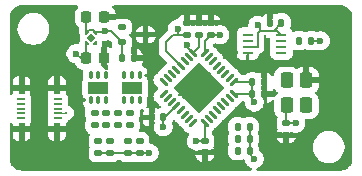
<source format=gbr>
%TF.GenerationSoftware,KiCad,Pcbnew,9.0.2*%
%TF.CreationDate,2025-06-09T11:48:46-05:00*%
%TF.ProjectId,ICEBATS384,49434542-4154-4533-9338-342e6b696361,rev?*%
%TF.SameCoordinates,Original*%
%TF.FileFunction,Copper,L1,Top*%
%TF.FilePolarity,Positive*%
%FSLAX46Y46*%
G04 Gerber Fmt 4.6, Leading zero omitted, Abs format (unit mm)*
G04 Created by KiCad (PCBNEW 9.0.2) date 2025-06-09 11:48:46*
%MOMM*%
%LPD*%
G01*
G04 APERTURE LIST*
G04 Aperture macros list*
%AMRoundRect*
0 Rectangle with rounded corners*
0 $1 Rounding radius*
0 $2 $3 $4 $5 $6 $7 $8 $9 X,Y pos of 4 corners*
0 Add a 4 corners polygon primitive as box body*
4,1,4,$2,$3,$4,$5,$6,$7,$8,$9,$2,$3,0*
0 Add four circle primitives for the rounded corners*
1,1,$1+$1,$2,$3*
1,1,$1+$1,$4,$5*
1,1,$1+$1,$6,$7*
1,1,$1+$1,$8,$9*
0 Add four rect primitives between the rounded corners*
20,1,$1+$1,$2,$3,$4,$5,0*
20,1,$1+$1,$4,$5,$6,$7,0*
20,1,$1+$1,$6,$7,$8,$9,0*
20,1,$1+$1,$8,$9,$2,$3,0*%
%AMRotRect*
0 Rectangle, with rotation*
0 The origin of the aperture is its center*
0 $1 length*
0 $2 width*
0 $3 Rotation angle, in degrees counterclockwise*
0 Add horizontal line*
21,1,$1,$2,0,0,$3*%
%AMFreePoly0*
4,1,6,0.130000,0.115000,0.130000,-0.115000,-0.130000,-0.115000,-0.130000,0.275000,-0.020000,0.275000,0.130000,0.115000,0.130000,0.115000,$1*%
%AMFreePoly1*
4,1,6,0.130000,-0.115000,-0.130000,-0.115000,-0.130000,0.115000,0.020000,0.275000,0.130000,0.275000,0.130000,-0.115000,0.130000,-0.115000,$1*%
G04 Aperture macros list end*
%TA.AperFunction,SMDPad,CuDef*%
%ADD10RoundRect,0.140000X0.170000X-0.140000X0.170000X0.140000X-0.170000X0.140000X-0.170000X-0.140000X0*%
%TD*%
%TA.AperFunction,SMDPad,CuDef*%
%ADD11RoundRect,0.147500X-0.172500X0.147500X-0.172500X-0.147500X0.172500X-0.147500X0.172500X0.147500X0*%
%TD*%
%TA.AperFunction,SMDPad,CuDef*%
%ADD12RoundRect,0.075000X0.075000X-0.247500X0.075000X0.247500X-0.075000X0.247500X-0.075000X-0.247500X0*%
%TD*%
%TA.AperFunction,HeatsinkPad*%
%ADD13R,1.700000X1.010000*%
%TD*%
%TA.AperFunction,SMDPad,CuDef*%
%ADD14RoundRect,0.225000X-0.225000X-0.250000X0.225000X-0.250000X0.225000X0.250000X-0.225000X0.250000X0*%
%TD*%
%TA.AperFunction,SMDPad,CuDef*%
%ADD15RoundRect,0.140000X-0.140000X-0.170000X0.140000X-0.170000X0.140000X0.170000X-0.140000X0.170000X0*%
%TD*%
%TA.AperFunction,SMDPad,CuDef*%
%ADD16RoundRect,0.062500X-0.387500X-0.062500X0.387500X-0.062500X0.387500X0.062500X-0.387500X0.062500X0*%
%TD*%
%TA.AperFunction,HeatsinkPad*%
%ADD17R,0.200000X1.600000*%
%TD*%
%TA.AperFunction,SMDPad,CuDef*%
%ADD18RoundRect,0.062500X-0.220971X-0.309359X0.309359X0.220971X0.220971X0.309359X-0.309359X-0.220971X0*%
%TD*%
%TA.AperFunction,SMDPad,CuDef*%
%ADD19RoundRect,0.062500X0.220971X-0.309359X0.309359X-0.220971X-0.220971X0.309359X-0.309359X0.220971X0*%
%TD*%
%TA.AperFunction,HeatsinkPad*%
%ADD20RotRect,3.100000X3.100000X45.000000*%
%TD*%
%TA.AperFunction,SMDPad,CuDef*%
%ADD21RoundRect,0.135000X0.135000X0.185000X-0.135000X0.185000X-0.135000X-0.185000X0.135000X-0.185000X0*%
%TD*%
%TA.AperFunction,SMDPad,CuDef*%
%ADD22RoundRect,0.140000X0.140000X0.170000X-0.140000X0.170000X-0.140000X-0.170000X0.140000X-0.170000X0*%
%TD*%
%TA.AperFunction,SMDPad,CuDef*%
%ADD23RoundRect,0.140000X-0.170000X0.140000X-0.170000X-0.140000X0.170000X-0.140000X0.170000X0.140000X0*%
%TD*%
%TA.AperFunction,SMDPad,CuDef*%
%ADD24RoundRect,0.135000X0.185000X-0.135000X0.185000X0.135000X-0.185000X0.135000X-0.185000X-0.135000X0*%
%TD*%
%TA.AperFunction,SMDPad,CuDef*%
%ADD25RoundRect,0.112500X-0.237500X0.112500X-0.237500X-0.112500X0.237500X-0.112500X0.237500X0.112500X0*%
%TD*%
%TA.AperFunction,SMDPad,CuDef*%
%ADD26FreePoly0,0.000000*%
%TD*%
%TA.AperFunction,SMDPad,CuDef*%
%ADD27FreePoly1,0.000000*%
%TD*%
%TA.AperFunction,SMDPad,CuDef*%
%ADD28FreePoly0,180.000000*%
%TD*%
%TA.AperFunction,SMDPad,CuDef*%
%ADD29FreePoly1,180.000000*%
%TD*%
%TA.AperFunction,SMDPad,CuDef*%
%ADD30RotRect,0.520000X0.520000X225.000000*%
%TD*%
%TA.AperFunction,SMDPad,CuDef*%
%ADD31R,0.700000X0.220000*%
%TD*%
%TA.AperFunction,SMDPad,CuDef*%
%ADD32R,0.500000X1.000000*%
%TD*%
%TA.AperFunction,SMDPad,CuDef*%
%ADD33RoundRect,0.250000X0.300000X-0.400000X0.300000X0.400000X-0.300000X0.400000X-0.300000X-0.400000X0*%
%TD*%
%TA.AperFunction,ViaPad*%
%ADD34C,0.250000*%
%TD*%
%TA.AperFunction,ViaPad*%
%ADD35C,0.600000*%
%TD*%
%TA.AperFunction,Conductor*%
%ADD36C,0.120000*%
%TD*%
%TA.AperFunction,Conductor*%
%ADD37C,0.200000*%
%TD*%
G04 APERTURE END LIST*
D10*
%TO.P,C7,1*%
%TO.N,+1V2*%
X41500000Y-35480000D03*
%TO.P,C7,2*%
%TO.N,GND*%
X41500000Y-34520000D03*
%TD*%
D11*
%TO.P,D4,1,K*%
%TO.N,Net-(D4-K)*%
X36500000Y-44515000D03*
%TO.P,D4,2,A*%
%TO.N,+3V3*%
X36500000Y-45485000D03*
%TD*%
D12*
%TO.P,Q1,1,S1*%
%TO.N,GND*%
X32350000Y-41000000D03*
%TO.P,Q1,2,G1*%
%TO.N,F_|CRST*%
X33000000Y-41000000D03*
%TO.P,Q1,3,D2*%
%TO.N,Net-(Q1-D2)*%
X33650000Y-41000000D03*
%TO.P,Q1,4,S2*%
%TO.N,GND*%
X33650000Y-38945000D03*
%TO.P,Q1,5,G2*%
%TO.N,F_CDONE*%
X33000000Y-38945000D03*
%TO.P,Q1,6,D1*%
%TO.N,Net-(Q1-D1)*%
X32350000Y-38945000D03*
D13*
%TO.P,Q1,7*%
%TO.N,N/C*%
X33000000Y-39972500D03*
%TD*%
D14*
%TO.P,C9,1*%
%TO.N,+3V3*%
X31950000Y-34000000D03*
%TO.P,C9,2*%
%TO.N,GND*%
X33500000Y-34000000D03*
%TD*%
D12*
%TO.P,Q2,1,S1*%
%TO.N,GND*%
X35200000Y-41000000D03*
%TO.P,Q2,2,G1*%
%TO.N,F_IO31*%
X35850000Y-41000000D03*
%TO.P,Q2,3,D2*%
%TO.N,Net-(Q2-D2)*%
X36500000Y-41000000D03*
%TO.P,Q2,4,S2*%
%TO.N,GND*%
X36500000Y-38945000D03*
%TO.P,Q2,5,G2*%
%TO.N,F_IO32*%
X35850000Y-38945000D03*
%TO.P,Q2,6,D1*%
%TO.N,Net-(Q2-D1)*%
X35200000Y-38945000D03*
D13*
%TO.P,Q2,7*%
%TO.N,N/C*%
X35850000Y-39972500D03*
%TD*%
D15*
%TO.P,C11,1*%
%TO.N,+3V3*%
X35040000Y-37500000D03*
%TO.P,C11,2*%
%TO.N,GND*%
X36000000Y-37500000D03*
%TD*%
D16*
%TO.P,U2,1,/CS*%
%TO.N,F_|SS*%
X45650000Y-35500000D03*
%TO.P,U2,2,DO_(IO\u002C)*%
%TO.N,F_SI*%
X45650000Y-36000000D03*
%TO.P,U2,3,/WP*%
%TO.N,+3V3*%
X45650000Y-36500000D03*
%TO.P,U2,4,GND*%
%TO.N,GND*%
X45650000Y-37000000D03*
%TO.P,U2,5,DI(IO0*%
%TO.N,F_SO*%
X48500000Y-37000000D03*
%TO.P,U2,6,CLK*%
%TO.N,F_SCK*%
X48500000Y-36500000D03*
%TO.P,U2,7,/HOLD*%
%TO.N,W_|HOLD*%
X48500000Y-36000000D03*
%TO.P,U2,8,VCC*%
%TO.N,+3V3*%
X48500000Y-35500000D03*
D17*
%TO.P,U2,9,EPAD*%
%TO.N,GND*%
X47075000Y-36250000D03*
%TD*%
D18*
%TO.P,U1,1,IOL_2B*%
%TO.N,F_IO1*%
X38538990Y-40486136D03*
%TO.P,U1,2,IOL_2A*%
%TO.N,F_IO2*%
X38892544Y-40839689D03*
%TO.P,U1,3,GND*%
%TO.N,GND*%
X39246097Y-41193243D03*
%TO.P,U1,4,VCCIO_3*%
%TO.N,+3V3*%
X39599651Y-41546796D03*
%TO.P,U1,5,IOL_4A*%
%TO.N,F_IO5*%
X39953204Y-41900349D03*
%TO.P,U1,6,IOL_4B_GBIN7*%
%TO.N,F_IO6*%
X40306757Y-42253903D03*
%TO.P,U1,7,IOL_5B*%
%TO.N,F_IO7*%
X40660311Y-42607456D03*
%TO.P,U1,8,IOL_5A_GBIN6*%
%TO.N,F_IO8*%
X41013864Y-42961010D03*
D19*
%TO.P,U1,9,VCCIO_2*%
%TO.N,+3V3*%
X41986136Y-42961010D03*
%TO.P,U1,10,CRESET_B*%
%TO.N,F_|CRST*%
X42339689Y-42607456D03*
%TO.P,U1,11,CDONE*%
%TO.N,F_CDONE*%
X42693243Y-42253903D03*
%TO.P,U1,12,IOB_24_SDO*%
%TO.N,F_IO12*%
X43046796Y-41900349D03*
%TO.P,U1,13,IOB_25_SDI*%
%TO.N,F_IO13*%
X43400349Y-41546796D03*
%TO.P,U1,14,IOB_27_SS*%
%TO.N,F_IO14*%
X43753903Y-41193243D03*
%TO.P,U1,15,IOB_26_SCK*%
%TO.N,F_IO15*%
X44107456Y-40839689D03*
%TO.P,U1,16,VCC_SPI*%
%TO.N,+3V3*%
X44461010Y-40486136D03*
D18*
%TO.P,U1,17,VCCIO_1*%
X44461010Y-39513864D03*
%TO.P,U1,18,IOR_34*%
%TO.N,F_IO18*%
X44107456Y-39160311D03*
%TO.P,U1,19,IOR_35_GBIN3*%
%TO.N,F_IO19*%
X43753903Y-38806757D03*
%TO.P,U1,20,IOR_36_GBIN2*%
%TO.N,F_IO20*%
X43400349Y-38453204D03*
%TO.P,U1,21,GND*%
%TO.N,GND*%
X43046796Y-38099651D03*
%TO.P,U1,22,IOR_38*%
%TO.N,F_IO22*%
X42693243Y-37746097D03*
%TO.P,U1,23,IOR_39*%
%TO.N,F_IO23*%
X42339689Y-37392544D03*
%TO.P,U1,24,VPP_2V5*%
%TO.N,+3V3*%
X41986136Y-37038990D03*
D19*
%TO.P,U1,25,VCC*%
%TO.N,+1V2*%
X41013864Y-37038990D03*
%TO.P,U1,26,IOT_45*%
%TO.N,F_IO26*%
X40660311Y-37392544D03*
%TO.P,U1,27,IOT_47*%
%TO.N,F_IO27*%
X40306757Y-37746097D03*
%TO.P,U1,28,VCCIO_0*%
%TO.N,+3V3*%
X39953204Y-38099651D03*
%TO.P,U1,29,IOT_49_GBIN0*%
%TO.N,F_IO29*%
X39599651Y-38453204D03*
%TO.P,U1,30,IOT_50_GBIN1*%
%TO.N,F_IO30*%
X39246097Y-38806757D03*
%TO.P,U1,31,IOT_53*%
%TO.N,F_IO31*%
X38892544Y-39160311D03*
%TO.P,U1,32,IOT_52*%
%TO.N,F_IO32*%
X38538990Y-39513864D03*
D20*
%TO.P,U1,33,33*%
%TO.N,GND*%
X41500000Y-40000000D03*
%TD*%
D21*
%TO.P,R3,1*%
%TO.N,+3V3*%
X45800000Y-44300000D03*
%TO.P,R3,2*%
%TO.N,F_CDONE*%
X44780000Y-44300000D03*
%TD*%
%TO.P,R1,1*%
%TO.N,+3V3*%
X45800000Y-43300000D03*
%TO.P,R1,2*%
%TO.N,F_SS*%
X44780000Y-43300000D03*
%TD*%
D22*
%TO.P,C5,1*%
%TO.N,+3V3*%
X38500000Y-42500000D03*
%TO.P,C5,2*%
%TO.N,GND*%
X37540000Y-42500000D03*
%TD*%
D21*
%TO.P,R4,1*%
%TO.N,+3V3*%
X51010000Y-36000000D03*
%TO.P,R4,2*%
%TO.N,W_|HOLD*%
X49990000Y-36000000D03*
%TD*%
D11*
%TO.P,D2,1,K*%
%TO.N,Net-(D2-K)*%
X34000000Y-44515000D03*
%TO.P,D2,2,A*%
%TO.N,+3V3*%
X34000000Y-45485000D03*
%TD*%
D23*
%TO.P,C4,1*%
%TO.N,+3V3*%
X42000000Y-44500000D03*
%TO.P,C4,2*%
%TO.N,GND*%
X42000000Y-45460000D03*
%TD*%
D22*
%TO.P,C8,1*%
%TO.N,+3V3*%
X48500000Y-34500000D03*
%TO.P,C8,2*%
%TO.N,GND*%
X47540000Y-34500000D03*
%TD*%
D11*
%TO.P,D3,1,K*%
%TO.N,Net-(D3-K)*%
X35500000Y-44515000D03*
%TO.P,D3,2,A*%
%TO.N,+3V3*%
X35500000Y-45485000D03*
%TD*%
D24*
%TO.P,R6,1*%
%TO.N,Net-(D2-K)*%
X33686790Y-43153711D03*
%TO.P,R6,2*%
%TO.N,Net-(Q1-D2)*%
X33686790Y-42133711D03*
%TD*%
D15*
%TO.P,C3,1*%
%TO.N,+3V3*%
X46040000Y-39500000D03*
%TO.P,C3,2*%
%TO.N,GND*%
X47000000Y-39500000D03*
%TD*%
D23*
%TO.P,C12,1*%
%TO.N,+3V3*%
X48900000Y-43000000D03*
%TO.P,C12,2*%
%TO.N,GND*%
X48900000Y-43960000D03*
%TD*%
D24*
%TO.P,R5,1*%
%TO.N,Net-(D1-K)*%
X32686790Y-43153711D03*
%TO.P,R5,2*%
%TO.N,Net-(Q1-D1)*%
X32686790Y-42133711D03*
%TD*%
D11*
%TO.P,D1,1,K*%
%TO.N,Net-(D1-K)*%
X33000000Y-44515000D03*
%TO.P,D1,2,A*%
%TO.N,+3V3*%
X33000000Y-45485000D03*
%TD*%
D14*
%TO.P,C10,1*%
%TO.N,+1V2*%
X31950000Y-37500000D03*
%TO.P,C10,2*%
%TO.N,GND*%
X33500000Y-37500000D03*
%TD*%
D25*
%TO.P,U3,1,|RST*%
%TO.N,F_|CRST*%
X35000000Y-34850000D03*
%TO.P,U3,2,VDD*%
%TO.N,+3V3*%
X35000000Y-36150000D03*
%TO.P,U3,3,VSS*%
%TO.N,GND*%
X37000000Y-35500000D03*
%TD*%
D26*
%TO.P,U4,1,OUT*%
%TO.N,+1V2*%
X32039627Y-36240502D03*
D27*
%TO.P,U4,2,GND*%
%TO.N,GND*%
X32689627Y-36240502D03*
D28*
%TO.P,U4,3,EN*%
%TO.N,+3V3*%
X32689627Y-35270502D03*
D29*
%TO.P,U4,4,IN*%
X32039627Y-35270502D03*
D30*
%TO.P,U4,5,GND*%
%TO.N,GND*%
X32364627Y-35755502D03*
%TD*%
D24*
%TO.P,R8,1*%
%TO.N,Net-(D4-K)*%
X35686790Y-43153711D03*
%TO.P,R8,2*%
%TO.N,Net-(Q2-D2)*%
X35686790Y-42133711D03*
%TD*%
D31*
%TO.P,J1,1,1*%
%TO.N,GND*%
X29549999Y-42550005D03*
%TO.P,J1,2,2*%
%TO.N,+3V3*%
X29549999Y-42150003D03*
%TO.P,J1,3,3*%
%TO.N,F_IO15*%
X29549999Y-41750004D03*
%TO.P,J1,4,4*%
%TO.N,F_IO14*%
X29549999Y-41350005D03*
%TO.P,J1,5,5*%
%TO.N,F_IO12*%
X29549999Y-40950003D03*
%TO.P,J1,6,6*%
%TO.N,F_IO13*%
X26450001Y-42550005D03*
%TO.P,J1,7,7*%
%TO.N,F_|CRST*%
X26450001Y-42150003D03*
%TO.P,J1,8,8*%
%TO.N,W_|HOLD*%
X26450001Y-41750004D03*
%TO.P,J1,9,9*%
%TO.N,unconnected-(J1-Pad9)*%
X26450001Y-41350005D03*
%TO.P,J1,10,10*%
%TO.N,GND*%
X26450001Y-40950003D03*
D32*
%TO.P,J1,P1,P1*%
X29500000Y-43500000D03*
%TO.P,J1,P2,P2*%
X29500000Y-40000008D03*
%TO.P,J1,P3,P3*%
X26500000Y-43500000D03*
%TO.P,J1,P4,P4*%
X26500000Y-40000008D03*
%TD*%
D15*
%TO.P,C2,1*%
%TO.N,+3V3*%
X46040000Y-40500000D03*
%TO.P,C2,2*%
%TO.N,GND*%
X47000000Y-40500000D03*
%TD*%
D10*
%TO.P,C1,1*%
%TO.N,+3V3*%
X42500000Y-35480000D03*
%TO.P,C1,2*%
%TO.N,GND*%
X42500000Y-34520000D03*
%TD*%
D24*
%TO.P,R7,1*%
%TO.N,Net-(D3-K)*%
X34686790Y-43153711D03*
%TO.P,R7,2*%
%TO.N,Net-(Q2-D1)*%
X34686790Y-42133711D03*
%TD*%
D21*
%TO.P,R2,1*%
%TO.N,+3V3*%
X45800000Y-45300000D03*
%TO.P,R2,2*%
%TO.N,F_|CRST*%
X44780000Y-45300000D03*
%TD*%
D33*
%TO.P,Y1,1,Tri-State*%
%TO.N,CLOCK_EN*%
X50599651Y-41453204D03*
%TO.P,Y1,2,GND*%
%TO.N,GND*%
X50599651Y-39353204D03*
%TO.P,Y1,3,OUT*%
%TO.N,CLOCK*%
X48949651Y-39353204D03*
%TO.P,Y1,4,VDD*%
%TO.N,+3V3*%
X48949651Y-41453204D03*
%TD*%
D10*
%TO.P,C6,1*%
%TO.N,+3V3*%
X40500000Y-35480000D03*
%TO.P,C6,2*%
%TO.N,GND*%
X40500000Y-34520000D03*
%TD*%
D34*
%TO.N,+3V3*%
X30300000Y-42100000D03*
D35*
%TO.N,+1V2*%
X40500000Y-36400000D03*
X31100000Y-37100000D03*
%TO.N,+3V3*%
X39700000Y-35000000D03*
X43300000Y-35500000D03*
X51800000Y-36000000D03*
X49700000Y-43000000D03*
X46200000Y-46000000D03*
X46200000Y-41200000D03*
X46500000Y-34700000D03*
X37300000Y-45500000D03*
X41300000Y-44500000D03*
X38500000Y-43300000D03*
X33600000Y-35200000D03*
%TD*%
D36*
%TO.N,+3V3*%
X30249997Y-42150003D02*
X30300000Y-42100000D01*
X29549999Y-42150003D02*
X30249997Y-42150003D01*
D37*
X38700000Y-36100000D02*
X39320000Y-35480000D01*
%TO.N,+1V2*%
X40500000Y-36525126D02*
X41013864Y-37038990D01*
X40500000Y-36400000D02*
X40500000Y-36525126D01*
X31500000Y-37500000D02*
X31100000Y-37100000D01*
X31950000Y-37500000D02*
X31500000Y-37500000D01*
%TO.N,+3V3*%
X39700000Y-35480000D02*
X39700000Y-35000000D01*
X39700000Y-35480000D02*
X40500000Y-35480000D01*
X43280000Y-35480000D02*
X43300000Y-35500000D01*
X42500000Y-35480000D02*
X43280000Y-35480000D01*
X51010000Y-36000000D02*
X51800000Y-36000000D01*
X48900000Y-43000000D02*
X49700000Y-43000000D01*
X45800000Y-45600000D02*
X46200000Y-46000000D01*
X45800000Y-45300000D02*
X45800000Y-45600000D01*
X45800000Y-44300000D02*
X45800000Y-45300000D01*
X45800000Y-43300000D02*
X45800000Y-44300000D01*
X46040000Y-41040000D02*
X46200000Y-41200000D01*
X46040000Y-40500000D02*
X46040000Y-41040000D01*
X46040000Y-39500000D02*
X46040000Y-40500000D01*
X46040000Y-39500000D02*
X44474874Y-39500000D01*
X46040000Y-40500000D02*
X44474874Y-40500000D01*
X46674000Y-34874000D02*
X46500000Y-34700000D01*
X46674000Y-35149000D02*
X46674000Y-34874000D01*
X34000000Y-45485000D02*
X33000000Y-45485000D01*
X35500000Y-45485000D02*
X36500000Y-45485000D01*
X34000000Y-45485000D02*
X35500000Y-45485000D01*
X37285000Y-45485000D02*
X37300000Y-45500000D01*
X36500000Y-45485000D02*
X37285000Y-45485000D01*
X42000000Y-44500000D02*
X41300000Y-44500000D01*
X38500000Y-42500000D02*
X38500000Y-43300000D01*
X34050000Y-35200000D02*
X35000000Y-36150000D01*
X33600000Y-35200000D02*
X34050000Y-35200000D01*
X33529498Y-35270502D02*
X33600000Y-35200000D01*
X32689627Y-35270502D02*
X33529498Y-35270502D01*
X32505931Y-35086806D02*
X32223323Y-35086806D01*
X32223323Y-35086806D02*
X32039627Y-35270502D01*
X32689627Y-35270502D02*
X32505931Y-35086806D01*
X31950000Y-35180875D02*
X32039627Y-35270502D01*
X31950000Y-34000000D02*
X31950000Y-35180875D01*
%TO.N,+1V2*%
X31950000Y-36330129D02*
X32039627Y-36240502D01*
X31950000Y-37500000D02*
X31950000Y-36330129D01*
%TO.N,+3V3*%
X35040000Y-36190000D02*
X35000000Y-36150000D01*
X35040000Y-37500000D02*
X35040000Y-36190000D01*
X48149000Y-35149000D02*
X47851000Y-35149000D01*
X48500000Y-35500000D02*
X48149000Y-35149000D01*
X47851000Y-35149000D02*
X48500000Y-34500000D01*
X46674000Y-35149000D02*
X47851000Y-35149000D01*
X46500000Y-35323000D02*
X46674000Y-35149000D01*
X46500000Y-36500000D02*
X46500000Y-35323000D01*
X45650000Y-36500000D02*
X46500000Y-36500000D01*
%TO.N,+1V2*%
X41500000Y-36552854D02*
X41500000Y-35480000D01*
X41013864Y-37038990D02*
X41500000Y-36552854D01*
%TO.N,+3V3*%
X41986136Y-37038990D02*
X41986136Y-35993864D01*
X41986136Y-35993864D02*
X42500000Y-35480000D01*
X38700000Y-36846447D02*
X38700000Y-36100000D01*
X39953204Y-38099651D02*
X38700000Y-36846447D01*
X39320000Y-35480000D02*
X39700000Y-35480000D01*
X38646447Y-42500000D02*
X39599651Y-41546796D01*
X38500000Y-42500000D02*
X38646447Y-42500000D01*
X42000000Y-42974874D02*
X41986136Y-42961010D01*
X42000000Y-44500000D02*
X42000000Y-42974874D01*
X44474874Y-39500000D02*
X44461010Y-39513864D01*
X44474874Y-40500000D02*
X44461010Y-40486136D01*
X48900000Y-41502855D02*
X48949651Y-41453204D01*
X48900000Y-43000000D02*
X48900000Y-41502855D01*
%TD*%
%TA.AperFunction,Conductor*%
%TO.N,GND*%
G36*
X41588713Y-37964259D02*
G01*
X41598372Y-37975405D01*
X41606136Y-37985523D01*
X41606138Y-37985525D01*
X41606141Y-37985528D01*
X41746703Y-38126090D01*
X41746713Y-38126099D01*
X41785705Y-38156019D01*
X41834789Y-38193683D01*
X41834791Y-38193684D01*
X41841828Y-38197747D01*
X41840118Y-38200707D01*
X41882217Y-38234582D01*
X41887507Y-38244261D01*
X41888038Y-38243955D01*
X41892104Y-38250998D01*
X41917811Y-38284499D01*
X41959690Y-38339076D01*
X41959694Y-38339080D01*
X41959695Y-38339081D01*
X42100257Y-38479643D01*
X42100267Y-38479652D01*
X42166323Y-38530339D01*
X42188343Y-38547236D01*
X42188345Y-38547237D01*
X42195382Y-38551300D01*
X42193776Y-38554080D01*
X42236446Y-38588439D01*
X42241469Y-38597586D01*
X42242031Y-38597262D01*
X42246093Y-38604298D01*
X42297878Y-38671787D01*
X42317763Y-38651904D01*
X42321129Y-38650065D01*
X42323165Y-38646817D01*
X42351545Y-38633457D01*
X42379086Y-38618419D01*
X42383918Y-38618218D01*
X42386381Y-38617059D01*
X42421661Y-38616651D01*
X42422925Y-38616817D01*
X42486809Y-38645105D01*
X42525260Y-38703442D01*
X42529643Y-38723632D01*
X42529807Y-38724883D01*
X42525803Y-38750460D01*
X42526068Y-38773307D01*
X42520949Y-38781478D01*
X42519003Y-38793912D01*
X42494541Y-38828682D01*
X42474657Y-38848565D01*
X42474657Y-38848566D01*
X42542148Y-38900353D01*
X42549185Y-38904416D01*
X42547343Y-38907605D01*
X42588650Y-38940461D01*
X42594642Y-38951351D01*
X42595144Y-38951062D01*
X42599210Y-38958105D01*
X42606036Y-38967000D01*
X42666796Y-39046183D01*
X42666800Y-39046187D01*
X42666801Y-39046188D01*
X42807363Y-39186750D01*
X42807373Y-39186759D01*
X42862688Y-39229204D01*
X42895449Y-39254343D01*
X42895451Y-39254344D01*
X42902488Y-39258407D01*
X42900778Y-39261367D01*
X42942877Y-39295242D01*
X42948167Y-39304921D01*
X42948698Y-39304615D01*
X42952764Y-39311658D01*
X42969539Y-39333519D01*
X43020350Y-39399736D01*
X43020354Y-39399740D01*
X43020355Y-39399741D01*
X43160917Y-39540303D01*
X43160927Y-39540312D01*
X43208506Y-39576821D01*
X43249003Y-39607896D01*
X43249005Y-39607897D01*
X43256042Y-39611960D01*
X43254338Y-39614910D01*
X43296473Y-39648857D01*
X43301732Y-39658476D01*
X43302255Y-39658175D01*
X43306317Y-39665212D01*
X43338647Y-39707344D01*
X43373903Y-39753290D01*
X43373907Y-39753294D01*
X43373908Y-39753295D01*
X43514470Y-39893857D01*
X43514474Y-39893860D01*
X43514477Y-39893863D01*
X43524589Y-39901622D01*
X43565793Y-39958049D01*
X43569948Y-40027795D01*
X43535737Y-40088716D01*
X43524597Y-40098370D01*
X43514478Y-40106135D01*
X43514471Y-40106141D01*
X43373906Y-40246706D01*
X43306315Y-40334791D01*
X43302255Y-40341824D01*
X43299323Y-40340131D01*
X43265242Y-40382338D01*
X43255745Y-40387527D01*
X43256041Y-40388040D01*
X43249004Y-40392102D01*
X43160928Y-40459687D01*
X43160918Y-40459695D01*
X43020353Y-40600260D01*
X42952762Y-40688345D01*
X42948702Y-40695378D01*
X42945780Y-40693691D01*
X42911627Y-40735934D01*
X42902192Y-40741082D01*
X42902487Y-40741593D01*
X42895450Y-40745655D01*
X42807374Y-40813240D01*
X42807364Y-40813248D01*
X42666799Y-40953813D01*
X42599208Y-41041898D01*
X42595146Y-41048934D01*
X42592209Y-41047238D01*
X42558160Y-41089426D01*
X42548638Y-41094625D01*
X42548938Y-41095144D01*
X42541894Y-41099210D01*
X42453821Y-41166793D01*
X42453811Y-41166801D01*
X42313246Y-41307366D01*
X42245655Y-41395451D01*
X42241595Y-41402484D01*
X42238663Y-41400791D01*
X42204582Y-41442998D01*
X42195085Y-41448187D01*
X42195381Y-41448700D01*
X42188344Y-41452762D01*
X42100268Y-41520347D01*
X42100258Y-41520355D01*
X41959693Y-41660920D01*
X41892102Y-41749005D01*
X41888042Y-41756038D01*
X41885120Y-41754351D01*
X41850967Y-41796594D01*
X41841532Y-41801742D01*
X41841827Y-41802253D01*
X41834790Y-41806315D01*
X41746714Y-41873900D01*
X41746704Y-41873908D01*
X41606142Y-42014470D01*
X41606134Y-42014479D01*
X41598373Y-42024594D01*
X41541944Y-42065795D01*
X41472198Y-42069947D01*
X41411279Y-42035733D01*
X41401626Y-42024593D01*
X41393865Y-42014479D01*
X41393864Y-42014477D01*
X41325012Y-41945625D01*
X41253293Y-41873906D01*
X41165211Y-41806317D01*
X41158178Y-41802257D01*
X41159870Y-41799326D01*
X41117661Y-41765242D01*
X41112480Y-41755741D01*
X41111960Y-41756042D01*
X41107895Y-41749001D01*
X41078189Y-41710289D01*
X41040310Y-41660924D01*
X40971512Y-41592126D01*
X40899739Y-41520353D01*
X40842945Y-41476773D01*
X40811657Y-41452764D01*
X40811656Y-41452763D01*
X40811654Y-41452762D01*
X40804619Y-41448700D01*
X40806320Y-41445753D01*
X40764169Y-41411776D01*
X40758935Y-41402182D01*
X40758407Y-41402488D01*
X40754342Y-41395447D01*
X40718787Y-41349112D01*
X40686757Y-41307370D01*
X40619129Y-41239742D01*
X40546189Y-41166802D01*
X40546179Y-41166793D01*
X40458104Y-41099210D01*
X40451065Y-41095146D01*
X40452754Y-41092218D01*
X40410531Y-41058098D01*
X40405370Y-41048638D01*
X40404855Y-41048936D01*
X40400790Y-41041896D01*
X40371085Y-41003184D01*
X40333204Y-40953817D01*
X40279791Y-40900404D01*
X40192635Y-40813248D01*
X40192626Y-40813240D01*
X40104552Y-40745657D01*
X40097509Y-40741591D01*
X40099105Y-40738825D01*
X40056379Y-40704357D01*
X40051438Y-40695299D01*
X40050862Y-40695632D01*
X40046799Y-40688595D01*
X39995012Y-40621104D01*
X39995011Y-40621104D01*
X39975128Y-40640988D01*
X39971805Y-40642802D01*
X39969800Y-40646009D01*
X39941381Y-40659413D01*
X39913804Y-40674472D01*
X39909035Y-40674671D01*
X39906608Y-40675817D01*
X39871316Y-40676252D01*
X39870066Y-40676088D01*
X39806157Y-40647850D01*
X39767660Y-40589543D01*
X39763262Y-40569356D01*
X39763097Y-40568102D01*
X39767079Y-40542524D01*
X39766798Y-40519679D01*
X39771909Y-40511505D01*
X39773846Y-40499068D01*
X39798351Y-40464209D01*
X39818234Y-40444326D01*
X39750742Y-40392538D01*
X39743706Y-40388476D01*
X39745447Y-40385460D01*
X39703480Y-40351337D01*
X39698178Y-40341573D01*
X39697744Y-40341824D01*
X39693684Y-40334793D01*
X39693683Y-40334789D01*
X39626097Y-40246710D01*
X39600933Y-40221546D01*
X39485529Y-40106142D01*
X39485521Y-40106135D01*
X39475409Y-40098376D01*
X39434206Y-40041948D01*
X39430051Y-39972202D01*
X39464263Y-39911282D01*
X39475399Y-39901632D01*
X39485523Y-39893864D01*
X39626096Y-39753290D01*
X39693683Y-39665211D01*
X39693685Y-39665204D01*
X39697747Y-39658172D01*
X39700716Y-39659886D01*
X39734521Y-39617825D01*
X39744270Y-39612503D01*
X39743957Y-39611961D01*
X39750993Y-39607897D01*
X39750997Y-39607896D01*
X39839076Y-39540310D01*
X39979649Y-39399736D01*
X40047236Y-39311657D01*
X40047239Y-39311649D01*
X40051298Y-39304620D01*
X40054272Y-39306337D01*
X40088047Y-39264290D01*
X40097833Y-39258944D01*
X40097520Y-39258402D01*
X40104547Y-39254344D01*
X40104551Y-39254343D01*
X40192630Y-39186757D01*
X40333203Y-39046183D01*
X40400790Y-38958104D01*
X40400793Y-38958096D01*
X40404856Y-38951061D01*
X40407831Y-38952778D01*
X40441602Y-38910737D01*
X40451378Y-38905394D01*
X40451066Y-38904853D01*
X40458098Y-38900792D01*
X40458104Y-38900790D01*
X40546183Y-38833204D01*
X40686756Y-38692630D01*
X40754343Y-38604551D01*
X40754345Y-38604544D01*
X40758407Y-38597512D01*
X40761376Y-38599226D01*
X40795181Y-38557165D01*
X40804930Y-38551843D01*
X40804617Y-38551301D01*
X40811653Y-38547237D01*
X40811657Y-38547236D01*
X40899736Y-38479650D01*
X41040309Y-38339076D01*
X41107896Y-38250997D01*
X41107899Y-38250989D01*
X41111958Y-38243960D01*
X41114932Y-38245677D01*
X41148707Y-38203630D01*
X41158493Y-38198284D01*
X41158180Y-38197742D01*
X41165207Y-38193684D01*
X41165211Y-38193683D01*
X41253290Y-38126097D01*
X41393863Y-37985523D01*
X41401621Y-37975412D01*
X41458045Y-37934208D01*
X41527791Y-37930050D01*
X41588713Y-37964259D01*
G37*
%TD.AperFunction*%
%TA.AperFunction,Conductor*%
G36*
X31216165Y-33020185D02*
G01*
X31261920Y-33072989D01*
X31271864Y-33142147D01*
X31242839Y-33205703D01*
X31236807Y-33212181D01*
X31152032Y-33296955D01*
X31152029Y-33296959D01*
X31063001Y-33441294D01*
X31062996Y-33441305D01*
X31009651Y-33602290D01*
X30999500Y-33701647D01*
X30999500Y-34298337D01*
X30999501Y-34298355D01*
X31009650Y-34397707D01*
X31009651Y-34397710D01*
X31062996Y-34558694D01*
X31063001Y-34558705D01*
X31152029Y-34703040D01*
X31152032Y-34703044D01*
X31271956Y-34822968D01*
X31290596Y-34834465D01*
X31297419Y-34842051D01*
X31306703Y-34846291D01*
X31320390Y-34867589D01*
X31337321Y-34886412D01*
X31339965Y-34898048D01*
X31344477Y-34905069D01*
X31349500Y-34940004D01*
X31349500Y-35094205D01*
X31349499Y-35094223D01*
X31349499Y-35259929D01*
X31349498Y-35259929D01*
X31354423Y-35278309D01*
X31387191Y-35400599D01*
X31390424Y-35412662D01*
X31393533Y-35420168D01*
X31391137Y-35421160D01*
X31404127Y-35469621D01*
X31404127Y-35545504D01*
X31409272Y-35617444D01*
X31438993Y-35718665D01*
X31438993Y-35788535D01*
X31432813Y-35805106D01*
X31424602Y-35823085D01*
X31404127Y-35965501D01*
X31404127Y-36041381D01*
X31399298Y-36075649D01*
X31395102Y-36090238D01*
X31390423Y-36098344D01*
X31358313Y-36218175D01*
X31357999Y-36219270D01*
X31339866Y-36247835D01*
X31322237Y-36276757D01*
X31321182Y-36277269D01*
X31320554Y-36278259D01*
X31289840Y-36292493D01*
X31259390Y-36307285D01*
X31257971Y-36307263D01*
X31257162Y-36307639D01*
X31254020Y-36307205D01*
X31214638Y-36306620D01*
X31178842Y-36299500D01*
X31021158Y-36299500D01*
X31021155Y-36299500D01*
X30866510Y-36330261D01*
X30866498Y-36330264D01*
X30720827Y-36390602D01*
X30720814Y-36390609D01*
X30589711Y-36478210D01*
X30589707Y-36478213D01*
X30478213Y-36589707D01*
X30478210Y-36589711D01*
X30390609Y-36720814D01*
X30390602Y-36720827D01*
X30330264Y-36866498D01*
X30330261Y-36866510D01*
X30299500Y-37021153D01*
X30299500Y-37178846D01*
X30330261Y-37333489D01*
X30330264Y-37333501D01*
X30390602Y-37479172D01*
X30390609Y-37479185D01*
X30478210Y-37610288D01*
X30478213Y-37610292D01*
X30589707Y-37721786D01*
X30589711Y-37721789D01*
X30720814Y-37809390D01*
X30720827Y-37809397D01*
X30786138Y-37836449D01*
X30845663Y-37861105D01*
X30866501Y-37869736D01*
X30866503Y-37869737D01*
X30939024Y-37884162D01*
X31000933Y-37916546D01*
X31032537Y-37966775D01*
X31062996Y-38058694D01*
X31063001Y-38058705D01*
X31152029Y-38203040D01*
X31152032Y-38203044D01*
X31271955Y-38322967D01*
X31271959Y-38322970D01*
X31416294Y-38411998D01*
X31416297Y-38411999D01*
X31416303Y-38412003D01*
X31577292Y-38465349D01*
X31596135Y-38467274D01*
X31660827Y-38493670D01*
X31700978Y-38550850D01*
X31706472Y-38606816D01*
X31699501Y-38659767D01*
X31699500Y-38659786D01*
X31699500Y-39220770D01*
X31691682Y-39264102D01*
X31691612Y-39264290D01*
X31655908Y-39360017D01*
X31649501Y-39419616D01*
X31649501Y-39419623D01*
X31649500Y-39419635D01*
X31649500Y-40525370D01*
X31649501Y-40525376D01*
X31655908Y-40584981D01*
X31655909Y-40584983D01*
X31692182Y-40682237D01*
X31700000Y-40725568D01*
X31700000Y-40850000D01*
X31771158Y-40850000D01*
X31792382Y-40856232D01*
X31814444Y-40857801D01*
X31833916Y-40868427D01*
X31838197Y-40869685D01*
X31845428Y-40874703D01*
X31845465Y-40874731D01*
X31845468Y-40874732D01*
X31907669Y-40921296D01*
X31907774Y-40921335D01*
X31914951Y-40926703D01*
X31930839Y-40947909D01*
X31949561Y-40966661D01*
X31951462Y-40975434D01*
X31956845Y-40982619D01*
X31958746Y-41009047D01*
X31964358Y-41034945D01*
X31961213Y-41043354D01*
X31961858Y-41052309D01*
X31949167Y-41075572D01*
X31939888Y-41100390D01*
X31932697Y-41105764D01*
X31928398Y-41113645D01*
X31905148Y-41126352D01*
X31883921Y-41142217D01*
X31872294Y-41144309D01*
X31867089Y-41147155D01*
X31859489Y-41146614D01*
X31840681Y-41150000D01*
X31700000Y-41150000D01*
X31700000Y-41285197D01*
X31714800Y-41397604D01*
X31714801Y-41397608D01*
X31772736Y-41537478D01*
X31864909Y-41657599D01*
X31870555Y-41663245D01*
X31904040Y-41724568D01*
X31901950Y-41785521D01*
X31869125Y-41898502D01*
X31869124Y-41898508D01*
X31866290Y-41934522D01*
X31866290Y-42332880D01*
X31866291Y-42332902D01*
X31869125Y-42368916D01*
X31913919Y-42523099D01*
X31913922Y-42523106D01*
X31947918Y-42580592D01*
X31965099Y-42648316D01*
X31947918Y-42706830D01*
X31913922Y-42764315D01*
X31913919Y-42764322D01*
X31869125Y-42918502D01*
X31869124Y-42918508D01*
X31866290Y-42954522D01*
X31866290Y-43352880D01*
X31866291Y-43352902D01*
X31869125Y-43388916D01*
X31913919Y-43543099D01*
X31913921Y-43543104D01*
X31995653Y-43681306D01*
X31995659Y-43681314D01*
X32109186Y-43794841D01*
X32109190Y-43794844D01*
X32109192Y-43794846D01*
X32109195Y-43794847D01*
X32109198Y-43794850D01*
X32227786Y-43864982D01*
X32275470Y-43916050D01*
X32287974Y-43984792D01*
X32271399Y-44034833D01*
X32228069Y-44108102D01*
X32228066Y-44108107D01*
X32182391Y-44265320D01*
X32182390Y-44265326D01*
X32179500Y-44302052D01*
X32179500Y-44727947D01*
X32182390Y-44764673D01*
X32182391Y-44764679D01*
X32228067Y-44921894D01*
X32236931Y-44936883D01*
X32254110Y-45004608D01*
X32236931Y-45063117D01*
X32228067Y-45078105D01*
X32182391Y-45235320D01*
X32182390Y-45235326D01*
X32179500Y-45272052D01*
X32179500Y-45697947D01*
X32182390Y-45734673D01*
X32182391Y-45734679D01*
X32228066Y-45891892D01*
X32228068Y-45891895D01*
X32311408Y-46032817D01*
X32311414Y-46032825D01*
X32427174Y-46148585D01*
X32427178Y-46148588D01*
X32427180Y-46148590D01*
X32568103Y-46231931D01*
X32568104Y-46231931D01*
X32568107Y-46231933D01*
X32725320Y-46277608D01*
X32725323Y-46277608D01*
X32725325Y-46277609D01*
X32762060Y-46280500D01*
X32762068Y-46280500D01*
X33237932Y-46280500D01*
X33237940Y-46280500D01*
X33274675Y-46277609D01*
X33274677Y-46277608D01*
X33274679Y-46277608D01*
X33431892Y-46231933D01*
X33431893Y-46231932D01*
X33431897Y-46231931D01*
X33436877Y-46228985D01*
X33504600Y-46211801D01*
X33563122Y-46228985D01*
X33568103Y-46231931D01*
X33568104Y-46231931D01*
X33568107Y-46231933D01*
X33725320Y-46277608D01*
X33725323Y-46277608D01*
X33725325Y-46277609D01*
X33762060Y-46280500D01*
X33762068Y-46280500D01*
X34237932Y-46280500D01*
X34237940Y-46280500D01*
X34274675Y-46277609D01*
X34274677Y-46277608D01*
X34274679Y-46277608D01*
X34431892Y-46231933D01*
X34431893Y-46231932D01*
X34431897Y-46231931D01*
X34572820Y-46148590D01*
X34572825Y-46148585D01*
X34599592Y-46121819D01*
X34626519Y-46107115D01*
X34652338Y-46090523D01*
X34658538Y-46089631D01*
X34660915Y-46088334D01*
X34687273Y-46085500D01*
X34812727Y-46085500D01*
X34879766Y-46105185D01*
X34900408Y-46121819D01*
X34927174Y-46148585D01*
X34927178Y-46148588D01*
X34927180Y-46148590D01*
X35068103Y-46231931D01*
X35068104Y-46231931D01*
X35068107Y-46231933D01*
X35225320Y-46277608D01*
X35225323Y-46277608D01*
X35225325Y-46277609D01*
X35262060Y-46280500D01*
X35262068Y-46280500D01*
X35737932Y-46280500D01*
X35737940Y-46280500D01*
X35774675Y-46277609D01*
X35774677Y-46277608D01*
X35774679Y-46277608D01*
X35931892Y-46231933D01*
X35931893Y-46231932D01*
X35931897Y-46231931D01*
X35936877Y-46228985D01*
X36004600Y-46211801D01*
X36063122Y-46228985D01*
X36068103Y-46231931D01*
X36068104Y-46231931D01*
X36068107Y-46231933D01*
X36225320Y-46277608D01*
X36225323Y-46277608D01*
X36225325Y-46277609D01*
X36262060Y-46280500D01*
X36262068Y-46280500D01*
X36737932Y-46280500D01*
X36737940Y-46280500D01*
X36774675Y-46277609D01*
X36915551Y-46236680D01*
X36985418Y-46236879D01*
X36997584Y-46241190D01*
X37066503Y-46269737D01*
X37221153Y-46300499D01*
X37221156Y-46300500D01*
X37221158Y-46300500D01*
X37378844Y-46300500D01*
X37378845Y-46300499D01*
X37533497Y-46269737D01*
X37679179Y-46209394D01*
X37810289Y-46121789D01*
X37921789Y-46010289D01*
X38009394Y-45879179D01*
X38069737Y-45733497D01*
X38074411Y-45710000D01*
X41195496Y-45710000D01*
X41237968Y-45856195D01*
X41320278Y-45995374D01*
X41320285Y-45995383D01*
X41434616Y-46109714D01*
X41434625Y-46109721D01*
X41573804Y-46192031D01*
X41729089Y-46237145D01*
X41750000Y-46238789D01*
X42250000Y-46238789D01*
X42270910Y-46237145D01*
X42426195Y-46192031D01*
X42565374Y-46109721D01*
X42565383Y-46109714D01*
X42679714Y-45995383D01*
X42679721Y-45995374D01*
X42762031Y-45856195D01*
X42804504Y-45710000D01*
X42250000Y-45710000D01*
X42250000Y-46238789D01*
X41750000Y-46238789D01*
X41750000Y-45710000D01*
X41195496Y-45710000D01*
X38074411Y-45710000D01*
X38092151Y-45620814D01*
X38100500Y-45578844D01*
X38100500Y-45421155D01*
X38100499Y-45421153D01*
X38071953Y-45277643D01*
X38069737Y-45266503D01*
X38055650Y-45232494D01*
X38009397Y-45120827D01*
X38009390Y-45120814D01*
X37921789Y-44989711D01*
X37921786Y-44989707D01*
X37810292Y-44878213D01*
X37810288Y-44878210D01*
X37679185Y-44790609D01*
X37679172Y-44790602D01*
X37533501Y-44730264D01*
X37533491Y-44730261D01*
X37420308Y-44707747D01*
X37358397Y-44675362D01*
X37323823Y-44614646D01*
X37320500Y-44586130D01*
X37320500Y-44302067D01*
X37320499Y-44302052D01*
X37319968Y-44295310D01*
X37317609Y-44265325D01*
X37315774Y-44259008D01*
X37271933Y-44108107D01*
X37271931Y-44108104D01*
X37271931Y-44108103D01*
X37188590Y-43967180D01*
X37188588Y-43967178D01*
X37188585Y-43967174D01*
X37072825Y-43851414D01*
X37072817Y-43851408D01*
X36978127Y-43795409D01*
X36931897Y-43768069D01*
X36931896Y-43768068D01*
X36931895Y-43768068D01*
X36931892Y-43768066D01*
X36774679Y-43722391D01*
X36774673Y-43722390D01*
X36737947Y-43719500D01*
X36737940Y-43719500D01*
X36572097Y-43719500D01*
X36505058Y-43699815D01*
X36459303Y-43647011D01*
X36449359Y-43577853D01*
X36458297Y-43546249D01*
X36459651Y-43543115D01*
X36459659Y-43543104D01*
X36497557Y-43412659D01*
X36504454Y-43388919D01*
X36504454Y-43388917D01*
X36504455Y-43388915D01*
X36507290Y-43352892D01*
X36507289Y-42954531D01*
X36504455Y-42918507D01*
X36459659Y-42764318D01*
X36451191Y-42750000D01*
X36761210Y-42750000D01*
X36762854Y-42770910D01*
X36807968Y-42926195D01*
X36890278Y-43065374D01*
X36890285Y-43065383D01*
X37004616Y-43179714D01*
X37004625Y-43179721D01*
X37143804Y-43262031D01*
X37290000Y-43304504D01*
X37290000Y-42750000D01*
X36761210Y-42750000D01*
X36451191Y-42750000D01*
X36425659Y-42706828D01*
X36408478Y-42639109D01*
X36425659Y-42580593D01*
X36459659Y-42523104D01*
X36466740Y-42498733D01*
X36504454Y-42368919D01*
X36504454Y-42368917D01*
X36504455Y-42368915D01*
X36507290Y-42332892D01*
X36507289Y-41945624D01*
X36526973Y-41878586D01*
X36579777Y-41832831D01*
X36615101Y-41822686D01*
X36725236Y-41808187D01*
X36725239Y-41808185D01*
X36732680Y-41807206D01*
X36801715Y-41817971D01*
X36853971Y-41864351D01*
X36872857Y-41931620D01*
X36855598Y-41993265D01*
X36807970Y-42073800D01*
X36807966Y-42073809D01*
X36762855Y-42229081D01*
X36762854Y-42229087D01*
X36761209Y-42249999D01*
X36761210Y-42250000D01*
X37290000Y-42250000D01*
X37290000Y-41695494D01*
X37289998Y-41695493D01*
X37221682Y-41715341D01*
X37151812Y-41715142D01*
X37093142Y-41677200D01*
X37064299Y-41613561D01*
X37074440Y-41544431D01*
X37076864Y-41539746D01*
X37077698Y-41537733D01*
X37135687Y-41397736D01*
X37150500Y-41285220D01*
X37150500Y-40724228D01*
X37158318Y-40680894D01*
X37166330Y-40659413D01*
X37194091Y-40584983D01*
X37200500Y-40525373D01*
X37200499Y-39419628D01*
X37194091Y-39360017D01*
X37169055Y-39292893D01*
X37661773Y-39292893D01*
X37675838Y-39399732D01*
X37681122Y-39439864D01*
X37737850Y-39576821D01*
X37737851Y-39576824D01*
X37805430Y-39664893D01*
X37805438Y-39664902D01*
X38052854Y-39912318D01*
X38086339Y-39973641D01*
X38081355Y-40043333D01*
X38052855Y-40087680D01*
X37805432Y-40335105D01*
X37805429Y-40335108D01*
X37737853Y-40423172D01*
X37737851Y-40423177D01*
X37695520Y-40525376D01*
X37681121Y-40560138D01*
X37661773Y-40707105D01*
X37661773Y-40707108D01*
X37681121Y-40854077D01*
X37681123Y-40854082D01*
X37737849Y-40991034D01*
X37737851Y-40991037D01*
X37747186Y-41003202D01*
X37805437Y-41079115D01*
X37805441Y-41079119D01*
X37805442Y-41079120D01*
X37946004Y-41219682D01*
X37946014Y-41219691D01*
X38001192Y-41262031D01*
X38034090Y-41287275D01*
X38034092Y-41287276D01*
X38041129Y-41291339D01*
X38040592Y-41292267D01*
X38044785Y-41293414D01*
X38061751Y-41312268D01*
X38081518Y-41328174D01*
X38085695Y-41338495D01*
X38087339Y-41337547D01*
X38091405Y-41344590D01*
X38116768Y-41377643D01*
X38158991Y-41432668D01*
X38158995Y-41432672D01*
X38158996Y-41432673D01*
X38234473Y-41508150D01*
X38267958Y-41569473D01*
X38262974Y-41639165D01*
X38221102Y-41695098D01*
X38181388Y-41714907D01*
X38103607Y-41737504D01*
X38103604Y-41737506D01*
X38082628Y-41749911D01*
X38051997Y-41757681D01*
X38021833Y-41767156D01*
X38018376Y-41766210D01*
X38014903Y-41767092D01*
X37956389Y-41749911D01*
X37936191Y-41737966D01*
X37936190Y-41737965D01*
X37790001Y-41695493D01*
X37790000Y-41695494D01*
X37790000Y-42001645D01*
X37772734Y-42064763D01*
X37767507Y-42073600D01*
X37767504Y-42073608D01*
X37722357Y-42229002D01*
X37722356Y-42229008D01*
X37719500Y-42265302D01*
X37719500Y-42734697D01*
X37722356Y-42770989D01*
X37722356Y-42770992D01*
X37722357Y-42770993D01*
X37729420Y-42795302D01*
X37763928Y-42914081D01*
X37763728Y-42983951D01*
X37759413Y-42996127D01*
X37730264Y-43066502D01*
X37730262Y-43066506D01*
X37730260Y-43066511D01*
X37699500Y-43221153D01*
X37699500Y-43378846D01*
X37730261Y-43533489D01*
X37730264Y-43533501D01*
X37790602Y-43679172D01*
X37790609Y-43679185D01*
X37878210Y-43810288D01*
X37878213Y-43810292D01*
X37989707Y-43921786D01*
X37989711Y-43921789D01*
X38120814Y-44009390D01*
X38120827Y-44009397D01*
X38220857Y-44050830D01*
X38266503Y-44069737D01*
X38421153Y-44100499D01*
X38421156Y-44100500D01*
X38421158Y-44100500D01*
X38578844Y-44100500D01*
X38578845Y-44100499D01*
X38733497Y-44069737D01*
X38866137Y-44014796D01*
X38879172Y-44009397D01*
X38879172Y-44009396D01*
X38879179Y-44009394D01*
X39010289Y-43921789D01*
X39121789Y-43810289D01*
X39209394Y-43679179D01*
X39269737Y-43533497D01*
X39300500Y-43378842D01*
X39300500Y-43221158D01*
X39300500Y-43221155D01*
X39300499Y-43221153D01*
X39278858Y-43112356D01*
X39269737Y-43066503D01*
X39240587Y-42996129D01*
X39238008Y-42972148D01*
X39231149Y-42949031D01*
X39233629Y-42931417D01*
X39233118Y-42926659D01*
X39236071Y-42914082D01*
X39275209Y-42779369D01*
X39312814Y-42720487D01*
X39376286Y-42691280D01*
X39445473Y-42701026D01*
X39498407Y-42746629D01*
X39501670Y-42751965D01*
X39505618Y-42758804D01*
X39521402Y-42779373D01*
X39573204Y-42846882D01*
X39573208Y-42846886D01*
X39573209Y-42846887D01*
X39713771Y-42987449D01*
X39713781Y-42987458D01*
X39749410Y-43014797D01*
X39801857Y-43055042D01*
X39801859Y-43055043D01*
X39808896Y-43059106D01*
X39807186Y-43062066D01*
X39849285Y-43095941D01*
X39854575Y-43105620D01*
X39855106Y-43105314D01*
X39859172Y-43112357D01*
X39859174Y-43112359D01*
X39926758Y-43200435D01*
X39926762Y-43200439D01*
X39926763Y-43200440D01*
X40067325Y-43341002D01*
X40067335Y-43341011D01*
X40129764Y-43388915D01*
X40155411Y-43408595D01*
X40155413Y-43408596D01*
X40162450Y-43412659D01*
X40160746Y-43415609D01*
X40202881Y-43449556D01*
X40208140Y-43459175D01*
X40208663Y-43458874D01*
X40212725Y-43465911D01*
X40245055Y-43508043D01*
X40280311Y-43553989D01*
X40280315Y-43553993D01*
X40280316Y-43553994D01*
X40420878Y-43694556D01*
X40420888Y-43694565D01*
X40508962Y-43762148D01*
X40508968Y-43762151D01*
X40621020Y-43808564D01*
X40675424Y-43852404D01*
X40697489Y-43918698D01*
X40680210Y-43986398D01*
X40676670Y-43992016D01*
X40590609Y-44120814D01*
X40590602Y-44120827D01*
X40530264Y-44266498D01*
X40530261Y-44266510D01*
X40499500Y-44421153D01*
X40499500Y-44578846D01*
X40530261Y-44733489D01*
X40530264Y-44733501D01*
X40590602Y-44879172D01*
X40590609Y-44879185D01*
X40678210Y-45010288D01*
X40678213Y-45010292D01*
X40789707Y-45121786D01*
X40789711Y-45121789D01*
X40920814Y-45209390D01*
X40920827Y-45209397D01*
X41066498Y-45269735D01*
X41066503Y-45269737D01*
X41171418Y-45290606D01*
X41221153Y-45300499D01*
X41221156Y-45300500D01*
X41221158Y-45300500D01*
X41378844Y-45300500D01*
X41378845Y-45300499D01*
X41533497Y-45269737D01*
X41562646Y-45257662D01*
X41632112Y-45250193D01*
X41644685Y-45253144D01*
X41729007Y-45277643D01*
X41765310Y-45280500D01*
X41765318Y-45280500D01*
X42234682Y-45280500D01*
X42234690Y-45280500D01*
X42270993Y-45277643D01*
X42270995Y-45277642D01*
X42270997Y-45277642D01*
X42426389Y-45232496D01*
X42426389Y-45232495D01*
X42426395Y-45232494D01*
X42435233Y-45227267D01*
X42498352Y-45210000D01*
X42804504Y-45210000D01*
X42762031Y-45063803D01*
X42750090Y-45043613D01*
X42732906Y-44975889D01*
X42750089Y-44917369D01*
X42762494Y-44896395D01*
X42799571Y-44768777D01*
X42807642Y-44740997D01*
X42807643Y-44740991D01*
X42807946Y-44737145D01*
X42810500Y-44704690D01*
X42810500Y-44295310D01*
X42807643Y-44259007D01*
X42762494Y-44103605D01*
X42680117Y-43964313D01*
X42680115Y-43964311D01*
X42680112Y-43964307D01*
X42636819Y-43921014D01*
X42622115Y-43894086D01*
X42605523Y-43868268D01*
X42604631Y-43862067D01*
X42603334Y-43859691D01*
X42600500Y-43833333D01*
X42600500Y-43724539D01*
X42620185Y-43657500D01*
X42636819Y-43636858D01*
X42651891Y-43621786D01*
X42719688Y-43553989D01*
X42787275Y-43465910D01*
X42787277Y-43465903D01*
X42791339Y-43458871D01*
X42794308Y-43460585D01*
X42828113Y-43418524D01*
X42837862Y-43413202D01*
X42837549Y-43412660D01*
X42844585Y-43408596D01*
X42844589Y-43408595D01*
X42932668Y-43341009D01*
X43073241Y-43200435D01*
X43140828Y-43112356D01*
X43140831Y-43112348D01*
X43144890Y-43105319D01*
X43147864Y-43107036D01*
X43181639Y-43064989D01*
X43191425Y-43059643D01*
X43191112Y-43059101D01*
X43198139Y-43055043D01*
X43198143Y-43055042D01*
X43286222Y-42987456D01*
X43426795Y-42846882D01*
X43494382Y-42758803D01*
X43494384Y-42758796D01*
X43498446Y-42751764D01*
X43501415Y-42753478D01*
X43535220Y-42711417D01*
X43544969Y-42706095D01*
X43544656Y-42705553D01*
X43551692Y-42701489D01*
X43551696Y-42701488D01*
X43639775Y-42633902D01*
X43780348Y-42493328D01*
X43847935Y-42405249D01*
X43847938Y-42405241D01*
X43852001Y-42398206D01*
X43854976Y-42399923D01*
X43888747Y-42357882D01*
X43898523Y-42352539D01*
X43898211Y-42351998D01*
X43905243Y-42347937D01*
X43905249Y-42347935D01*
X43993328Y-42280349D01*
X44133901Y-42139775D01*
X44201488Y-42051696D01*
X44201491Y-42051688D01*
X44205550Y-42044659D01*
X44208524Y-42046376D01*
X44242299Y-42004329D01*
X44252085Y-41998983D01*
X44251772Y-41998441D01*
X44258799Y-41994383D01*
X44258803Y-41994382D01*
X44346882Y-41926796D01*
X44487455Y-41786222D01*
X44555042Y-41698143D01*
X44555044Y-41698136D01*
X44559106Y-41691104D01*
X44562075Y-41692818D01*
X44595880Y-41650757D01*
X44605629Y-41645435D01*
X44605316Y-41644893D01*
X44612352Y-41640829D01*
X44612356Y-41640828D01*
X44700435Y-41573242D01*
X44841008Y-41432668D01*
X44908595Y-41344589D01*
X44908598Y-41344581D01*
X44912657Y-41337552D01*
X44915631Y-41339269D01*
X44949406Y-41297222D01*
X44959192Y-41291876D01*
X44958879Y-41291334D01*
X44965906Y-41287276D01*
X44965910Y-41287275D01*
X45053989Y-41219689D01*
X45112768Y-41160910D01*
X45136859Y-41136819D01*
X45163786Y-41122115D01*
X45189605Y-41105523D01*
X45195805Y-41104631D01*
X45198182Y-41103334D01*
X45224540Y-41100500D01*
X45275500Y-41100500D01*
X45342539Y-41120185D01*
X45388294Y-41172989D01*
X45399500Y-41224500D01*
X45399500Y-41278846D01*
X45430261Y-41433489D01*
X45430264Y-41433501D01*
X45490602Y-41579172D01*
X45490609Y-41579185D01*
X45578210Y-41710288D01*
X45578213Y-41710292D01*
X45689707Y-41821786D01*
X45689711Y-41821789D01*
X45820814Y-41909390D01*
X45820827Y-41909397D01*
X45966498Y-41969735D01*
X45966503Y-41969737D01*
X46090401Y-41994382D01*
X46121153Y-42000499D01*
X46121156Y-42000500D01*
X46121158Y-42000500D01*
X46278844Y-42000500D01*
X46278845Y-42000499D01*
X46433497Y-41969737D01*
X46546166Y-41923067D01*
X46579172Y-41909397D01*
X46579172Y-41909396D01*
X46579179Y-41909394D01*
X46710289Y-41821789D01*
X46821789Y-41710289D01*
X46909394Y-41579179D01*
X46969737Y-41433497D01*
X47000500Y-41278842D01*
X47000500Y-41121158D01*
X47000500Y-41121155D01*
X47000499Y-41121153D01*
X46991432Y-41075572D01*
X46969737Y-40966503D01*
X46962035Y-40947909D01*
X46909397Y-40820827D01*
X46909390Y-40820814D01*
X46841398Y-40719057D01*
X46820520Y-40652379D01*
X46820500Y-40650166D01*
X46820500Y-40265317D01*
X46820499Y-40265302D01*
X46819036Y-40246714D01*
X46817643Y-40229007D01*
X46815855Y-40222854D01*
X46772495Y-40073608D01*
X46772492Y-40073600D01*
X46767266Y-40064763D01*
X46762916Y-40048862D01*
X46755023Y-40036580D01*
X46750000Y-40001645D01*
X46750000Y-39998352D01*
X46767267Y-39935233D01*
X46772494Y-39926395D01*
X46779692Y-39901622D01*
X46817642Y-39770997D01*
X46817643Y-39770991D01*
X46820500Y-39734690D01*
X46820500Y-39265310D01*
X46817643Y-39229007D01*
X46814861Y-39219432D01*
X46772495Y-39073608D01*
X46772492Y-39073600D01*
X46767266Y-39064763D01*
X46750000Y-39001645D01*
X46750000Y-38695494D01*
X47250000Y-38695494D01*
X47250000Y-40250000D01*
X47778790Y-40250000D01*
X47777144Y-40229084D01*
X47776007Y-40222854D01*
X47778832Y-40222338D01*
X47778990Y-40164909D01*
X47816926Y-40106235D01*
X47880562Y-40077385D01*
X47949693Y-40087519D01*
X48002370Y-40133419D01*
X48003410Y-40135075D01*
X48056938Y-40221859D01*
X48150602Y-40315523D01*
X48184087Y-40376846D01*
X48179103Y-40446538D01*
X48150602Y-40490885D01*
X48056940Y-40584546D01*
X47970148Y-40725259D01*
X47918200Y-40771983D01*
X47849237Y-40783206D01*
X47785155Y-40755362D01*
X47779514Y-40750000D01*
X47250000Y-40750000D01*
X47250000Y-41304503D01*
X47396195Y-41262031D01*
X47535374Y-41179721D01*
X47535383Y-41179714D01*
X47649714Y-41065383D01*
X47649720Y-41065375D01*
X47668419Y-41033758D01*
X47719488Y-40986075D01*
X47788229Y-40973571D01*
X47852819Y-41000216D01*
X47892749Y-41057551D01*
X47899151Y-41096879D01*
X47899151Y-41903205D01*
X47899152Y-41903223D01*
X47909651Y-42006000D01*
X47909652Y-42006003D01*
X47932118Y-42073800D01*
X47964837Y-42172538D01*
X48048319Y-42307885D01*
X48056940Y-42321861D01*
X48144255Y-42409176D01*
X48177740Y-42470499D01*
X48172756Y-42540191D01*
X48163307Y-42559976D01*
X48137506Y-42603604D01*
X48137504Y-42603609D01*
X48092357Y-42759002D01*
X48092356Y-42759008D01*
X48089500Y-42795302D01*
X48089500Y-43204697D01*
X48092356Y-43240991D01*
X48092357Y-43240997D01*
X48137504Y-43396390D01*
X48137507Y-43396397D01*
X48149910Y-43417370D01*
X48167093Y-43485094D01*
X48149912Y-43543608D01*
X48137968Y-43563804D01*
X48095496Y-43710000D01*
X48401648Y-43710000D01*
X48464766Y-43727267D01*
X48473605Y-43732494D01*
X48473608Y-43732494D01*
X48473610Y-43732496D01*
X48629002Y-43777642D01*
X48629005Y-43777642D01*
X48629007Y-43777643D01*
X48665310Y-43780500D01*
X48665318Y-43780500D01*
X49134682Y-43780500D01*
X49134690Y-43780500D01*
X49170993Y-43777643D01*
X49170995Y-43777642D01*
X49170997Y-43777642D01*
X49314081Y-43736072D01*
X49383950Y-43736271D01*
X49396129Y-43740587D01*
X49466503Y-43769737D01*
X49592734Y-43794846D01*
X49621153Y-43800499D01*
X49621156Y-43800500D01*
X49621158Y-43800500D01*
X49778844Y-43800500D01*
X49778845Y-43800499D01*
X49933497Y-43769737D01*
X50047804Y-43722390D01*
X50079172Y-43709397D01*
X50079172Y-43709396D01*
X50079179Y-43709394D01*
X50210289Y-43621789D01*
X50321789Y-43510289D01*
X50409394Y-43379179D01*
X50469737Y-43233497D01*
X50500500Y-43078842D01*
X50500500Y-42921158D01*
X50500500Y-42921155D01*
X50500499Y-42921153D01*
X50469738Y-42766506D01*
X50468886Y-42763697D01*
X50468872Y-42762152D01*
X50468549Y-42760528D01*
X50468857Y-42760466D01*
X50468263Y-42693830D01*
X50505512Y-42634718D01*
X50568806Y-42605127D01*
X50587547Y-42603703D01*
X50949653Y-42603703D01*
X50949659Y-42603703D01*
X50950619Y-42603605D01*
X51001014Y-42598457D01*
X51052448Y-42593203D01*
X51218985Y-42538018D01*
X51368307Y-42445916D01*
X51492363Y-42321860D01*
X51584465Y-42172538D01*
X51639650Y-42006001D01*
X51650151Y-41903213D01*
X51650150Y-41003196D01*
X51646402Y-40966510D01*
X51639650Y-40900407D01*
X51639649Y-40900404D01*
X51631142Y-40874731D01*
X51584465Y-40733870D01*
X51492363Y-40584548D01*
X51398346Y-40490531D01*
X51364861Y-40429208D01*
X51369845Y-40359516D01*
X51398346Y-40315168D01*
X51491968Y-40221546D01*
X51584007Y-40072328D01*
X51584009Y-40072323D01*
X51639156Y-39905901D01*
X51639157Y-39905894D01*
X51649650Y-39803190D01*
X51649651Y-39803177D01*
X51649651Y-39603204D01*
X50723651Y-39603204D01*
X50656612Y-39583519D01*
X50610857Y-39530715D01*
X50599651Y-39479204D01*
X50599651Y-39353204D01*
X50473651Y-39353204D01*
X50406612Y-39333519D01*
X50360857Y-39280715D01*
X50349651Y-39229204D01*
X50349651Y-39103204D01*
X50849651Y-39103204D01*
X51649650Y-39103204D01*
X51649650Y-38903232D01*
X51649649Y-38903217D01*
X51639156Y-38800506D01*
X51584009Y-38634084D01*
X51584007Y-38634079D01*
X51491966Y-38484858D01*
X51367996Y-38360888D01*
X51218775Y-38268847D01*
X51218770Y-38268845D01*
X51052348Y-38213698D01*
X51052341Y-38213697D01*
X50949637Y-38203204D01*
X50849651Y-38203204D01*
X50849651Y-39103204D01*
X50349651Y-39103204D01*
X50349651Y-38203203D01*
X50249679Y-38203204D01*
X50249663Y-38203205D01*
X50146953Y-38213698D01*
X49980531Y-38268845D01*
X49980526Y-38268847D01*
X49840224Y-38355387D01*
X49772831Y-38373827D01*
X49710031Y-38355387D01*
X49568991Y-38268393D01*
X49568986Y-38268391D01*
X49568985Y-38268390D01*
X49402448Y-38213205D01*
X49402446Y-38213204D01*
X49299661Y-38202704D01*
X48599649Y-38202704D01*
X48599631Y-38202705D01*
X48496854Y-38213204D01*
X48496851Y-38213205D01*
X48330319Y-38268389D01*
X48330314Y-38268391D01*
X48180993Y-38360493D01*
X48056940Y-38484546D01*
X47964838Y-38633867D01*
X47964836Y-38633872D01*
X47951481Y-38674175D01*
X47909652Y-38800407D01*
X47909652Y-38800408D01*
X47909651Y-38800408D01*
X47899151Y-38903187D01*
X47898991Y-38906343D01*
X47898830Y-38906334D01*
X47898830Y-38906336D01*
X47898806Y-38906333D01*
X47898216Y-38906303D01*
X47879466Y-38970159D01*
X47826662Y-39015914D01*
X47757504Y-39025858D01*
X47693948Y-38996833D01*
X47668419Y-38966242D01*
X47649718Y-38934622D01*
X47649714Y-38934616D01*
X47535383Y-38820285D01*
X47535374Y-38820278D01*
X47396193Y-38737967D01*
X47396190Y-38737965D01*
X47250001Y-38695493D01*
X47250000Y-38695494D01*
X46750000Y-38695494D01*
X46749998Y-38695493D01*
X46603809Y-38737965D01*
X46603806Y-38737967D01*
X46583608Y-38749912D01*
X46515884Y-38767092D01*
X46457370Y-38749910D01*
X46436397Y-38737507D01*
X46436390Y-38737504D01*
X46280997Y-38692357D01*
X46280991Y-38692356D01*
X46244697Y-38689500D01*
X46244690Y-38689500D01*
X45835310Y-38689500D01*
X45835302Y-38689500D01*
X45799008Y-38692356D01*
X45799002Y-38692357D01*
X45643609Y-38737504D01*
X45643606Y-38737505D01*
X45504315Y-38819881D01*
X45504307Y-38819887D01*
X45461016Y-38863180D01*
X45434087Y-38877884D01*
X45408269Y-38894477D01*
X45402069Y-38895368D01*
X45399693Y-38896666D01*
X45373334Y-38899500D01*
X45224541Y-38899500D01*
X45157502Y-38879815D01*
X45136860Y-38863182D01*
X45053989Y-38780312D01*
X44965910Y-38712725D01*
X44958877Y-38708665D01*
X44960569Y-38705734D01*
X44918360Y-38671650D01*
X44913179Y-38662149D01*
X44912659Y-38662450D01*
X44908594Y-38655409D01*
X44880210Y-38618419D01*
X44841009Y-38567332D01*
X44820912Y-38547235D01*
X44700438Y-38426761D01*
X44614592Y-38360888D01*
X44612356Y-38359172D01*
X44612355Y-38359171D01*
X44612353Y-38359170D01*
X44605318Y-38355108D01*
X44607019Y-38352161D01*
X44564868Y-38318184D01*
X44559634Y-38308590D01*
X44559106Y-38308896D01*
X44555041Y-38301855D01*
X44519074Y-38254983D01*
X44487456Y-38213778D01*
X44419534Y-38145856D01*
X44346885Y-38073207D01*
X44258803Y-38005618D01*
X44251770Y-38001558D01*
X44253462Y-37998627D01*
X44211253Y-37964543D01*
X44206072Y-37955042D01*
X44205552Y-37955343D01*
X44201487Y-37948302D01*
X44173349Y-37911633D01*
X44133902Y-37860225D01*
X44072022Y-37798345D01*
X43993331Y-37719654D01*
X43905249Y-37652065D01*
X43898216Y-37648005D01*
X43899812Y-37645239D01*
X43857088Y-37610779D01*
X43852127Y-37601712D01*
X43851561Y-37602040D01*
X43847498Y-37595003D01*
X43795711Y-37527512D01*
X43795710Y-37527512D01*
X43775827Y-37547396D01*
X43772504Y-37549210D01*
X43770499Y-37552417D01*
X43742080Y-37565821D01*
X43714503Y-37580880D01*
X43709734Y-37581079D01*
X43707307Y-37582225D01*
X43672015Y-37582660D01*
X43670765Y-37582496D01*
X43606856Y-37554258D01*
X43568359Y-37495951D01*
X43563961Y-37475764D01*
X43563796Y-37474510D01*
X43567778Y-37448932D01*
X43567497Y-37426087D01*
X43572608Y-37417913D01*
X43574545Y-37405476D01*
X43599050Y-37370617D01*
X43618933Y-37350734D01*
X43551441Y-37298946D01*
X43544405Y-37294884D01*
X43546146Y-37291868D01*
X43504179Y-37257745D01*
X43498877Y-37247981D01*
X43498443Y-37248232D01*
X43494383Y-37241201D01*
X43494382Y-37241197D01*
X43426796Y-37153118D01*
X43373078Y-37099400D01*
X43286352Y-37012674D01*
X43286348Y-37012671D01*
X43286222Y-37012545D01*
X43198143Y-36944958D01*
X43190961Y-36941983D01*
X43178691Y-36932890D01*
X43166421Y-36916664D01*
X43150593Y-36903883D01*
X43145412Y-36894382D01*
X43144892Y-36894683D01*
X43140827Y-36887642D01*
X43099916Y-36834327D01*
X43073242Y-36799565D01*
X43003800Y-36730123D01*
X42932671Y-36658994D01*
X42867482Y-36608972D01*
X42844589Y-36591405D01*
X42844588Y-36591404D01*
X42844586Y-36591403D01*
X42837551Y-36587341D01*
X42839130Y-36584605D01*
X42799312Y-36553501D01*
X42790240Y-36541249D01*
X42787275Y-36534090D01*
X42720626Y-36447232D01*
X42720021Y-36446415D01*
X42708338Y-36414586D01*
X42696106Y-36382945D01*
X42696328Y-36381862D01*
X42695947Y-36380824D01*
X42703332Y-36347708D01*
X42710144Y-36314500D01*
X42710916Y-36313709D01*
X42711157Y-36312629D01*
X42735273Y-36288763D01*
X42758957Y-36264509D01*
X42760392Y-36263906D01*
X42760820Y-36263484D01*
X42761993Y-36263235D01*
X42785077Y-36253550D01*
X42885703Y-36224316D01*
X42955569Y-36224515D01*
X42967735Y-36228826D01*
X43066503Y-36269737D01*
X43216131Y-36299500D01*
X43221153Y-36300499D01*
X43221156Y-36300500D01*
X43221158Y-36300500D01*
X43378844Y-36300500D01*
X43378845Y-36300499D01*
X43533497Y-36269737D01*
X43678991Y-36209472D01*
X43679172Y-36209397D01*
X43679172Y-36209396D01*
X43679179Y-36209394D01*
X43810289Y-36121789D01*
X43921789Y-36010289D01*
X44009394Y-35879179D01*
X44069737Y-35733497D01*
X44100500Y-35578842D01*
X44100500Y-35421158D01*
X44100500Y-35421155D01*
X44100499Y-35421153D01*
X44098742Y-35412319D01*
X44096411Y-35400598D01*
X44699500Y-35400598D01*
X44699500Y-35599403D01*
X44713989Y-35709468D01*
X44716094Y-35717322D01*
X44712814Y-35718200D01*
X44718581Y-35772073D01*
X44715517Y-35782522D01*
X44716095Y-35782677D01*
X44713990Y-35790529D01*
X44699500Y-35900598D01*
X44699500Y-36099403D01*
X44713989Y-36209468D01*
X44716094Y-36217322D01*
X44712814Y-36218200D01*
X44718581Y-36272073D01*
X44715517Y-36282522D01*
X44716095Y-36282677D01*
X44713990Y-36290529D01*
X44699500Y-36400598D01*
X44699500Y-36599403D01*
X44713989Y-36709468D01*
X44716094Y-36717322D01*
X44713010Y-36718148D01*
X44718849Y-36772737D01*
X44716014Y-36782653D01*
X44716582Y-36782806D01*
X44714478Y-36790658D01*
X44703373Y-36875000D01*
X44731494Y-36875000D01*
X44735145Y-36876072D01*
X44738854Y-36875219D01*
X44768403Y-36885837D01*
X44798533Y-36894685D01*
X44802066Y-36897934D01*
X44804607Y-36898848D01*
X44829862Y-36923503D01*
X44831397Y-36925503D01*
X44856598Y-36990669D01*
X44842567Y-37059116D01*
X44793759Y-37109111D01*
X44733029Y-37125000D01*
X44703374Y-37125000D01*
X44714478Y-37209340D01*
X44714478Y-37209342D01*
X44771156Y-37346175D01*
X44861320Y-37463679D01*
X44978824Y-37553843D01*
X45115658Y-37610521D01*
X45225622Y-37624999D01*
X45225637Y-37625000D01*
X45525000Y-37625000D01*
X45525000Y-37249499D01*
X45527550Y-37240813D01*
X45526262Y-37231852D01*
X45537240Y-37207811D01*
X45544685Y-37182460D01*
X45551525Y-37176532D01*
X45555287Y-37168296D01*
X45577521Y-37154006D01*
X45597489Y-37136705D01*
X45608003Y-37134417D01*
X45614065Y-37130522D01*
X45648996Y-37125499D01*
X45651001Y-37125499D01*
X45718039Y-37145184D01*
X45763794Y-37197988D01*
X45775000Y-37249499D01*
X45775000Y-37625000D01*
X46074363Y-37625000D01*
X46074377Y-37624999D01*
X46184341Y-37610521D01*
X46184342Y-37610521D01*
X46321175Y-37553843D01*
X46438679Y-37463679D01*
X46528843Y-37346175D01*
X46585520Y-37209344D01*
X46589795Y-37176872D01*
X46618060Y-37112974D01*
X46676384Y-37074502D01*
X46680597Y-37073292D01*
X46731784Y-37059577D01*
X46868716Y-36980520D01*
X46980520Y-36868716D01*
X47059577Y-36731784D01*
X47100500Y-36579057D01*
X47100500Y-35873500D01*
X47103050Y-35864814D01*
X47101762Y-35855853D01*
X47112740Y-35831812D01*
X47120185Y-35806461D01*
X47127025Y-35800533D01*
X47130787Y-35792297D01*
X47153021Y-35778007D01*
X47172989Y-35760706D01*
X47183503Y-35758418D01*
X47189565Y-35754523D01*
X47224500Y-35749500D01*
X47427998Y-35749500D01*
X47495037Y-35769185D01*
X47540792Y-35821989D01*
X47550937Y-35889687D01*
X47549500Y-35900600D01*
X47549500Y-36099403D01*
X47563989Y-36209468D01*
X47566094Y-36217322D01*
X47562814Y-36218200D01*
X47568581Y-36272073D01*
X47565517Y-36282522D01*
X47566095Y-36282677D01*
X47563990Y-36290529D01*
X47549500Y-36400598D01*
X47549500Y-36599403D01*
X47563989Y-36709468D01*
X47566094Y-36717322D01*
X47562814Y-36718200D01*
X47568581Y-36772073D01*
X47565517Y-36782522D01*
X47566095Y-36782677D01*
X47563990Y-36790529D01*
X47549500Y-36900598D01*
X47549500Y-37099403D01*
X47563988Y-37209463D01*
X47563991Y-37209472D01*
X47620615Y-37346175D01*
X47620721Y-37346429D01*
X47710964Y-37464036D01*
X47828571Y-37554279D01*
X47965528Y-37611009D01*
X48075599Y-37625500D01*
X48924400Y-37625499D01*
X48924403Y-37625499D01*
X49034463Y-37611011D01*
X49034467Y-37611009D01*
X49034472Y-37611009D01*
X49171429Y-37554279D01*
X49289036Y-37464036D01*
X49379279Y-37346429D01*
X49436009Y-37209472D01*
X49450500Y-37099401D01*
X49450499Y-36900600D01*
X49450499Y-36900598D01*
X49450499Y-36896542D01*
X49451958Y-36896541D01*
X49465862Y-36834327D01*
X49515546Y-36785202D01*
X49583902Y-36770737D01*
X49608949Y-36775292D01*
X49637729Y-36783654D01*
X49754791Y-36817664D01*
X49754794Y-36817664D01*
X49754796Y-36817665D01*
X49790819Y-36820500D01*
X50189180Y-36820499D01*
X50225204Y-36817665D01*
X50379393Y-36772869D01*
X50436882Y-36738869D01*
X50504602Y-36721688D01*
X50563117Y-36738869D01*
X50620607Y-36772869D01*
X50620610Y-36772869D01*
X50620612Y-36772871D01*
X50774791Y-36817664D01*
X50774794Y-36817664D01*
X50774796Y-36817665D01*
X50810819Y-36820500D01*
X51209180Y-36820499D01*
X51245204Y-36817665D01*
X51399393Y-36772869D01*
X51418006Y-36761860D01*
X51485730Y-36744676D01*
X51528582Y-36754030D01*
X51560827Y-36767386D01*
X51566503Y-36769737D01*
X51716478Y-36799569D01*
X51721153Y-36800499D01*
X51721156Y-36800500D01*
X51721158Y-36800500D01*
X51878844Y-36800500D01*
X51878845Y-36800499D01*
X52033497Y-36769737D01*
X52151592Y-36720821D01*
X52179172Y-36709397D01*
X52179172Y-36709396D01*
X52179179Y-36709394D01*
X52310289Y-36621789D01*
X52421789Y-36510289D01*
X52509394Y-36379179D01*
X52569737Y-36233497D01*
X52600500Y-36078842D01*
X52600500Y-35921158D01*
X52600500Y-35921155D01*
X52600499Y-35921153D01*
X52596411Y-35900600D01*
X52569737Y-35766503D01*
X52556062Y-35733489D01*
X52509397Y-35620827D01*
X52509390Y-35620814D01*
X52421789Y-35489711D01*
X52421786Y-35489707D01*
X52310292Y-35378213D01*
X52310288Y-35378210D01*
X52179185Y-35290609D01*
X52179172Y-35290602D01*
X52033501Y-35230264D01*
X52033489Y-35230261D01*
X51878845Y-35199500D01*
X51878842Y-35199500D01*
X51721158Y-35199500D01*
X51721155Y-35199500D01*
X51566511Y-35230260D01*
X51566506Y-35230262D01*
X51566504Y-35230262D01*
X51566503Y-35230263D01*
X51566501Y-35230264D01*
X51528579Y-35245971D01*
X51459110Y-35253437D01*
X51418011Y-35238141D01*
X51399396Y-35227132D01*
X51399388Y-35227129D01*
X51245208Y-35182335D01*
X51245202Y-35182334D01*
X51209181Y-35179500D01*
X50810830Y-35179500D01*
X50810808Y-35179501D01*
X50774794Y-35182335D01*
X50620611Y-35227129D01*
X50620604Y-35227132D01*
X50563119Y-35261128D01*
X50495395Y-35278309D01*
X50436881Y-35261128D01*
X50379395Y-35227132D01*
X50379388Y-35227129D01*
X50225208Y-35182335D01*
X50225202Y-35182334D01*
X50189181Y-35179500D01*
X49790830Y-35179500D01*
X49790808Y-35179501D01*
X49754794Y-35182335D01*
X49600611Y-35227129D01*
X49600607Y-35227130D01*
X49570299Y-35245055D01*
X49502574Y-35262236D01*
X49436312Y-35240076D01*
X49392618Y-35185774D01*
X49379279Y-35153571D01*
X49289036Y-35035964D01*
X49288600Y-35035629D01*
X49284000Y-35032099D01*
X49242800Y-34975670D01*
X49238648Y-34905923D01*
X49240415Y-34899132D01*
X49277642Y-34770997D01*
X49277643Y-34770991D01*
X49279080Y-34752732D01*
X49280500Y-34734690D01*
X49280500Y-34265310D01*
X49277643Y-34229007D01*
X49269070Y-34199500D01*
X49232495Y-34073609D01*
X49232494Y-34073606D01*
X49232494Y-34073605D01*
X49150117Y-33934313D01*
X49150115Y-33934311D01*
X49150112Y-33934307D01*
X49035692Y-33819887D01*
X49035684Y-33819881D01*
X48946422Y-33767092D01*
X48896395Y-33737506D01*
X48896394Y-33737505D01*
X48896393Y-33737505D01*
X48896390Y-33737504D01*
X48740997Y-33692357D01*
X48740991Y-33692356D01*
X48704697Y-33689500D01*
X48704690Y-33689500D01*
X48295310Y-33689500D01*
X48295302Y-33689500D01*
X48259008Y-33692356D01*
X48259002Y-33692357D01*
X48103609Y-33737504D01*
X48103604Y-33737506D01*
X48082628Y-33749911D01*
X48014903Y-33767092D01*
X47956389Y-33749911D01*
X47936191Y-33737966D01*
X47936190Y-33737965D01*
X47790001Y-33695493D01*
X47790000Y-33695494D01*
X47790000Y-34001645D01*
X47772734Y-34064763D01*
X47767507Y-34073600D01*
X47767504Y-34073608D01*
X47722357Y-34229002D01*
X47722356Y-34229008D01*
X47719500Y-34265302D01*
X47719500Y-34376000D01*
X47716949Y-34384685D01*
X47718238Y-34393647D01*
X47707259Y-34417687D01*
X47699815Y-34443039D01*
X47692974Y-34448966D01*
X47689213Y-34457203D01*
X47666978Y-34471492D01*
X47647011Y-34488794D01*
X47636496Y-34491081D01*
X47630435Y-34494977D01*
X47595500Y-34500000D01*
X47414000Y-34500000D01*
X47346961Y-34480315D01*
X47301206Y-34427511D01*
X47290000Y-34376000D01*
X47290000Y-33695494D01*
X47289998Y-33695493D01*
X47143809Y-33737965D01*
X47143806Y-33737967D01*
X47004625Y-33820278D01*
X47004620Y-33820282D01*
X46906028Y-33918874D01*
X46844705Y-33952358D01*
X46775013Y-33947374D01*
X46770912Y-33945760D01*
X46733497Y-33930263D01*
X46733492Y-33930262D01*
X46733489Y-33930261D01*
X46578845Y-33899500D01*
X46578842Y-33899500D01*
X46421158Y-33899500D01*
X46421155Y-33899500D01*
X46266510Y-33930261D01*
X46266498Y-33930264D01*
X46120827Y-33990602D01*
X46120814Y-33990609D01*
X45989711Y-34078210D01*
X45989707Y-34078213D01*
X45878213Y-34189707D01*
X45878210Y-34189711D01*
X45790609Y-34320814D01*
X45790602Y-34320827D01*
X45730264Y-34466498D01*
X45730261Y-34466510D01*
X45699500Y-34621153D01*
X45699500Y-34750500D01*
X45679815Y-34817539D01*
X45627011Y-34863294D01*
X45575500Y-34874500D01*
X45225596Y-34874500D01*
X45115536Y-34888988D01*
X45115527Y-34888991D01*
X44978574Y-34945719D01*
X44978571Y-34945720D01*
X44978571Y-34945721D01*
X44860964Y-35035964D01*
X44795847Y-35120827D01*
X44770719Y-35153574D01*
X44713991Y-35290527D01*
X44713990Y-35290529D01*
X44699500Y-35400598D01*
X44096411Y-35400598D01*
X44069737Y-35266503D01*
X44064325Y-35253437D01*
X44009397Y-35120827D01*
X44009390Y-35120814D01*
X43921789Y-34989711D01*
X43921786Y-34989707D01*
X43810292Y-34878213D01*
X43810288Y-34878210D01*
X43679185Y-34790609D01*
X43679172Y-34790602D01*
X43533501Y-34730264D01*
X43533489Y-34730261D01*
X43378845Y-34699500D01*
X43378842Y-34699500D01*
X43221158Y-34699500D01*
X43221155Y-34699500D01*
X43066505Y-34730261D01*
X43066497Y-34730264D01*
X43023064Y-34748254D01*
X42953594Y-34755721D01*
X42926687Y-34747590D01*
X42770997Y-34702357D01*
X42770991Y-34702356D01*
X42734697Y-34699500D01*
X42734690Y-34699500D01*
X42265310Y-34699500D01*
X42265302Y-34699500D01*
X42229008Y-34702356D01*
X42229002Y-34702357D01*
X42073608Y-34747504D01*
X42073600Y-34747507D01*
X42064767Y-34752732D01*
X42048865Y-34757082D01*
X42036581Y-34764977D01*
X42001646Y-34770000D01*
X41998354Y-34770000D01*
X41935233Y-34752732D01*
X41926399Y-34747507D01*
X41926391Y-34747504D01*
X41770997Y-34702357D01*
X41770991Y-34702356D01*
X41734697Y-34699500D01*
X41734690Y-34699500D01*
X41265310Y-34699500D01*
X41265302Y-34699500D01*
X41229008Y-34702356D01*
X41229002Y-34702357D01*
X41073608Y-34747504D01*
X41073600Y-34747507D01*
X41064767Y-34752732D01*
X41048865Y-34757082D01*
X41036581Y-34764977D01*
X41001646Y-34770000D01*
X40998354Y-34770000D01*
X40935233Y-34752732D01*
X40926399Y-34747507D01*
X40926391Y-34747504D01*
X40770997Y-34702357D01*
X40770991Y-34702356D01*
X40734697Y-34699500D01*
X40734690Y-34699500D01*
X40624000Y-34699500D01*
X40556961Y-34679815D01*
X40511206Y-34627011D01*
X40500000Y-34575500D01*
X40500000Y-34520000D01*
X40403441Y-34520000D01*
X40374000Y-34511355D01*
X40344014Y-34504832D01*
X40338998Y-34501077D01*
X40336402Y-34500315D01*
X40315760Y-34483681D01*
X40286319Y-34454240D01*
X40252834Y-34392917D01*
X40250000Y-34366559D01*
X40250000Y-33741210D01*
X40249999Y-33741209D01*
X40750000Y-33741209D01*
X40750000Y-34270000D01*
X41250000Y-34270000D01*
X41250000Y-33741210D01*
X41249999Y-33741209D01*
X41750000Y-33741209D01*
X41750000Y-34270000D01*
X42250000Y-34270000D01*
X42750000Y-34270000D01*
X43304504Y-34270000D01*
X43262031Y-34123804D01*
X43179721Y-33984625D01*
X43179714Y-33984616D01*
X43065383Y-33870285D01*
X43065374Y-33870278D01*
X42926195Y-33787968D01*
X42926190Y-33787966D01*
X42770918Y-33742855D01*
X42770912Y-33742854D01*
X42750000Y-33741209D01*
X42750000Y-34270000D01*
X42250000Y-34270000D01*
X42250000Y-33741210D01*
X42249999Y-33741209D01*
X42229087Y-33742854D01*
X42229081Y-33742855D01*
X42073809Y-33787966D01*
X42073803Y-33787968D01*
X42063118Y-33794288D01*
X41995393Y-33811468D01*
X41936882Y-33794288D01*
X41926196Y-33787968D01*
X41926190Y-33787966D01*
X41770918Y-33742855D01*
X41770912Y-33742854D01*
X41750000Y-33741209D01*
X41249999Y-33741209D01*
X41229087Y-33742854D01*
X41229081Y-33742855D01*
X41073809Y-33787966D01*
X41073803Y-33787968D01*
X41063118Y-33794288D01*
X40995393Y-33811468D01*
X40936882Y-33794288D01*
X40926196Y-33787968D01*
X40926190Y-33787966D01*
X40770918Y-33742855D01*
X40770912Y-33742854D01*
X40750000Y-33741209D01*
X40249999Y-33741209D01*
X40229087Y-33742854D01*
X40229081Y-33742855D01*
X40073809Y-33787966D01*
X40073804Y-33787968D01*
X39934625Y-33870278D01*
X39934616Y-33870285D01*
X39820285Y-33984616D01*
X39820278Y-33984625D01*
X39737968Y-34123803D01*
X39737559Y-34124751D01*
X39737039Y-34125374D01*
X39733997Y-34130520D01*
X39733166Y-34130028D01*
X39692866Y-34178457D01*
X39626233Y-34199475D01*
X39623759Y-34199500D01*
X39621155Y-34199500D01*
X39466510Y-34230261D01*
X39466498Y-34230264D01*
X39320827Y-34290602D01*
X39320814Y-34290609D01*
X39189711Y-34378210D01*
X39189707Y-34378213D01*
X39078213Y-34489707D01*
X39078210Y-34489711D01*
X38990609Y-34620814D01*
X38990602Y-34620827D01*
X38930264Y-34766498D01*
X38930261Y-34766510D01*
X38899500Y-34921153D01*
X38899500Y-34999902D01*
X38879815Y-35066941D01*
X38863181Y-35087583D01*
X38219481Y-35731282D01*
X38219479Y-35731285D01*
X38202493Y-35760706D01*
X38175115Y-35808127D01*
X38147755Y-35855515D01*
X38142387Y-35864814D01*
X38140423Y-35868215D01*
X38099499Y-36020943D01*
X38099499Y-36020945D01*
X38099499Y-36189046D01*
X38099500Y-36189059D01*
X38099500Y-36759777D01*
X38099499Y-36759795D01*
X38099499Y-36925501D01*
X38099498Y-36925501D01*
X38101943Y-36934625D01*
X38140423Y-37078232D01*
X38167786Y-37125626D01*
X38167786Y-37125627D01*
X38219475Y-37215156D01*
X38219481Y-37215164D01*
X38338349Y-37334032D01*
X38338355Y-37334037D01*
X38788528Y-37784210D01*
X38803111Y-37810918D01*
X38819674Y-37836449D01*
X38819694Y-37841287D01*
X38822013Y-37845533D01*
X38819842Y-37875887D01*
X38819972Y-37906318D01*
X38817285Y-37911633D01*
X38817029Y-37915225D01*
X38805447Y-37938485D01*
X38802526Y-37943072D01*
X38798512Y-37948304D01*
X38797238Y-37951377D01*
X38791419Y-37960519D01*
X38772867Y-37976733D01*
X38757375Y-37995895D01*
X38747940Y-38001043D01*
X38748235Y-38001554D01*
X38741198Y-38005616D01*
X38653122Y-38073201D01*
X38653112Y-38073209D01*
X38512547Y-38213774D01*
X38444956Y-38301859D01*
X38440896Y-38308892D01*
X38437964Y-38307199D01*
X38403883Y-38349406D01*
X38394386Y-38354595D01*
X38394682Y-38355108D01*
X38387645Y-38359170D01*
X38299569Y-38426755D01*
X38299559Y-38426763D01*
X38158994Y-38567328D01*
X38091403Y-38655413D01*
X38087343Y-38662446D01*
X38084421Y-38660759D01*
X38050268Y-38703002D01*
X38040833Y-38708150D01*
X38041128Y-38708661D01*
X38034091Y-38712723D01*
X37946015Y-38780308D01*
X37946005Y-38780316D01*
X37805443Y-38920878D01*
X37805434Y-38920888D01*
X37737851Y-39008962D01*
X37737848Y-39008968D01*
X37681123Y-39145917D01*
X37681121Y-39145922D01*
X37664638Y-39271130D01*
X37661773Y-39292893D01*
X37169055Y-39292893D01*
X37157817Y-39262762D01*
X37150000Y-39219432D01*
X37150000Y-39095000D01*
X37078842Y-39095000D01*
X37057617Y-39088767D01*
X37035556Y-39087199D01*
X37016083Y-39076572D01*
X37011803Y-39075315D01*
X37004572Y-39070297D01*
X37004534Y-39070268D01*
X37004531Y-39070267D01*
X37003500Y-39069495D01*
X37003283Y-39069333D01*
X36942331Y-39023704D01*
X36942225Y-39023664D01*
X36935049Y-39018297D01*
X36919160Y-38997090D01*
X36900439Y-38978339D01*
X36898537Y-38969565D01*
X36893155Y-38962381D01*
X36891253Y-38935952D01*
X36885642Y-38910055D01*
X36888786Y-38901645D01*
X36888142Y-38892691D01*
X36900832Y-38869427D01*
X36910112Y-38844610D01*
X36917302Y-38839235D01*
X36921602Y-38831355D01*
X36944851Y-38818647D01*
X36966079Y-38802783D01*
X36977705Y-38800690D01*
X36982911Y-38797845D01*
X36990510Y-38798385D01*
X37009319Y-38795000D01*
X37150000Y-38795000D01*
X37150000Y-38659816D01*
X37149999Y-38659802D01*
X37135199Y-38547395D01*
X37135198Y-38547391D01*
X37077263Y-38407521D01*
X36985094Y-38287405D01*
X36864978Y-38195236D01*
X36762407Y-38152751D01*
X36708003Y-38108911D01*
X36685938Y-38042617D01*
X36703128Y-37975068D01*
X36732030Y-37926197D01*
X36732033Y-37926190D01*
X36777144Y-37770918D01*
X36777145Y-37770912D01*
X36778790Y-37750000D01*
X36124000Y-37750000D01*
X36056961Y-37730315D01*
X36011206Y-37677511D01*
X36000000Y-37626000D01*
X36000000Y-37500000D01*
X35944500Y-37500000D01*
X35877461Y-37480315D01*
X35831706Y-37427511D01*
X35820500Y-37376000D01*
X35820500Y-37265317D01*
X35820499Y-37265302D01*
X35819904Y-37257745D01*
X35817643Y-37229007D01*
X35813621Y-37215164D01*
X35772495Y-37073608D01*
X35772492Y-37073600D01*
X35767266Y-37064763D01*
X35750000Y-37001645D01*
X35750000Y-36695494D01*
X36250000Y-36695494D01*
X36250000Y-37250000D01*
X36778790Y-37250000D01*
X36777145Y-37229089D01*
X36732031Y-37073804D01*
X36649721Y-36934625D01*
X36649714Y-36934616D01*
X36535383Y-36820285D01*
X36535374Y-36820278D01*
X36396193Y-36737967D01*
X36396190Y-36737965D01*
X36250001Y-36695493D01*
X36250000Y-36695494D01*
X35750000Y-36695494D01*
X35750000Y-36634056D01*
X35752741Y-36624032D01*
X35751570Y-36615888D01*
X35754004Y-36608972D01*
X35753803Y-36603582D01*
X35767255Y-36570957D01*
X35767568Y-36570428D01*
X35767571Y-36570425D01*
X35767573Y-36570419D01*
X35804555Y-36507887D01*
X35847765Y-36359156D01*
X35850500Y-36324405D01*
X35850499Y-35975596D01*
X35847765Y-35940844D01*
X35804555Y-35792113D01*
X35796213Y-35778007D01*
X35787467Y-35763218D01*
X35787466Y-35763217D01*
X35764865Y-35725001D01*
X36157358Y-35725001D01*
X36195906Y-35857681D01*
X36195907Y-35857684D01*
X36274682Y-35990885D01*
X36274688Y-35990894D01*
X36384105Y-36100311D01*
X36384114Y-36100317D01*
X36517315Y-36179092D01*
X36517318Y-36179093D01*
X36665915Y-36222265D01*
X36665927Y-36222267D01*
X36700646Y-36224999D01*
X37225000Y-36224999D01*
X37299342Y-36224999D01*
X37299363Y-36224998D01*
X37334078Y-36222266D01*
X37482681Y-36179093D01*
X37482684Y-36179092D01*
X37615885Y-36100317D01*
X37615894Y-36100311D01*
X37725311Y-35990894D01*
X37725317Y-35990885D01*
X37804092Y-35857684D01*
X37804093Y-35857681D01*
X37842641Y-35725001D01*
X37842640Y-35725000D01*
X37225000Y-35725000D01*
X37225000Y-36224999D01*
X36700646Y-36224999D01*
X36774999Y-36224998D01*
X36775000Y-36224998D01*
X36775000Y-35725000D01*
X36157360Y-35725000D01*
X36157358Y-35725001D01*
X35764865Y-35725001D01*
X35725717Y-35658805D01*
X35725710Y-35658796D01*
X35654595Y-35587681D01*
X35621110Y-35526358D01*
X35626094Y-35456666D01*
X35654595Y-35412319D01*
X35725710Y-35341203D01*
X35725715Y-35341198D01*
X35764866Y-35274998D01*
X36157358Y-35274998D01*
X36157360Y-35275000D01*
X36775000Y-35275000D01*
X37225000Y-35275000D01*
X37842640Y-35275000D01*
X37842641Y-35274998D01*
X37804093Y-35142318D01*
X37804092Y-35142315D01*
X37725317Y-35009114D01*
X37725311Y-35009105D01*
X37615894Y-34899688D01*
X37615885Y-34899682D01*
X37482684Y-34820907D01*
X37482681Y-34820906D01*
X37334084Y-34777734D01*
X37334073Y-34777732D01*
X37299359Y-34775000D01*
X37225000Y-34775000D01*
X37225000Y-35275000D01*
X36775000Y-35275000D01*
X36775000Y-34775000D01*
X36774999Y-34774999D01*
X36700659Y-34775000D01*
X36700635Y-34775001D01*
X36665921Y-34777733D01*
X36517318Y-34820906D01*
X36517315Y-34820907D01*
X36384114Y-34899682D01*
X36384105Y-34899688D01*
X36274688Y-35009105D01*
X36274682Y-35009114D01*
X36195907Y-35142315D01*
X36195906Y-35142318D01*
X36157358Y-35274998D01*
X35764866Y-35274998D01*
X35782574Y-35245055D01*
X35787466Y-35236783D01*
X35787467Y-35236781D01*
X35791323Y-35230261D01*
X35804555Y-35207887D01*
X35847765Y-35059156D01*
X35850500Y-35024405D01*
X35850499Y-34675596D01*
X35847765Y-34640844D01*
X35804555Y-34492113D01*
X35737195Y-34378213D01*
X35725717Y-34358805D01*
X35725710Y-34358796D01*
X35616203Y-34249289D01*
X35616194Y-34249282D01*
X35515457Y-34189707D01*
X35482887Y-34170445D01*
X35334156Y-34127235D01*
X35334153Y-34127234D01*
X35334151Y-34127234D01*
X35302594Y-34124751D01*
X35299405Y-34124500D01*
X35299404Y-34124500D01*
X34700606Y-34124500D01*
X34700584Y-34124501D01*
X34665847Y-34127234D01*
X34665844Y-34127235D01*
X34517113Y-34170445D01*
X34517111Y-34170445D01*
X34517111Y-34170446D01*
X34411791Y-34232732D01*
X34348670Y-34250000D01*
X33624000Y-34250000D01*
X33556961Y-34230315D01*
X33511206Y-34177511D01*
X33500000Y-34126000D01*
X33500000Y-33874000D01*
X33519685Y-33806961D01*
X33572489Y-33761206D01*
X33624000Y-33750000D01*
X34449999Y-33750000D01*
X34449999Y-33701692D01*
X34449998Y-33701677D01*
X34439855Y-33602392D01*
X34386547Y-33441518D01*
X34386542Y-33441507D01*
X34297575Y-33297271D01*
X34297572Y-33297267D01*
X34212486Y-33212181D01*
X34179001Y-33150858D01*
X34183985Y-33081166D01*
X34225857Y-33025233D01*
X34291321Y-33000816D01*
X34300167Y-33000500D01*
X53434108Y-33000500D01*
X53494587Y-33000500D01*
X53505394Y-33000972D01*
X53535721Y-33003625D01*
X53662755Y-33014739D01*
X53684035Y-33018491D01*
X53801188Y-33049882D01*
X53831369Y-33057969D01*
X53851681Y-33065362D01*
X53989915Y-33129822D01*
X54008633Y-33140629D01*
X54133582Y-33228119D01*
X54150140Y-33242013D01*
X54257986Y-33349859D01*
X54271880Y-33366417D01*
X54359370Y-33491366D01*
X54370177Y-33510084D01*
X54434637Y-33648318D01*
X54442030Y-33668630D01*
X54481507Y-33815961D01*
X54485260Y-33837246D01*
X54499028Y-33994605D01*
X54499500Y-34005413D01*
X54499500Y-45994586D01*
X54499028Y-46005393D01*
X54499028Y-46005394D01*
X54485260Y-46162753D01*
X54481507Y-46184038D01*
X54442030Y-46331369D01*
X54434637Y-46351681D01*
X54370177Y-46489915D01*
X54359370Y-46508633D01*
X54271880Y-46633582D01*
X54257986Y-46650140D01*
X54150140Y-46757986D01*
X54133582Y-46771880D01*
X54008633Y-46859370D01*
X53989915Y-46870177D01*
X53851681Y-46934637D01*
X53831369Y-46942030D01*
X53684038Y-46981507D01*
X53662753Y-46985260D01*
X53505395Y-46999028D01*
X53494587Y-46999500D01*
X46502190Y-46999500D01*
X46435151Y-46979815D01*
X46389396Y-46927011D01*
X46379452Y-46857853D01*
X46408477Y-46794297D01*
X46454738Y-46760939D01*
X46579172Y-46709397D01*
X46579172Y-46709396D01*
X46579179Y-46709394D01*
X46710289Y-46621789D01*
X46821789Y-46510289D01*
X46909394Y-46379179D01*
X46969737Y-46233497D01*
X47000500Y-46078842D01*
X47000500Y-45921158D01*
X47000500Y-45921155D01*
X47000499Y-45921153D01*
X46992272Y-45879792D01*
X46969737Y-45766503D01*
X46945428Y-45707816D01*
X46909397Y-45620827D01*
X46909390Y-45620814D01*
X46821789Y-45489711D01*
X46821786Y-45489707D01*
X46710292Y-45378213D01*
X46710288Y-45378210D01*
X46625608Y-45321628D01*
X46580803Y-45268015D01*
X46570499Y-45218526D01*
X46570499Y-45050831D01*
X46570498Y-45050806D01*
X46567665Y-45014798D01*
X46567665Y-45014797D01*
X46567665Y-45014796D01*
X46532487Y-44893713D01*
X51149500Y-44893713D01*
X51149500Y-45106286D01*
X51180260Y-45300500D01*
X51182754Y-45316243D01*
X51239117Y-45489711D01*
X51248444Y-45518414D01*
X51344951Y-45707820D01*
X51469890Y-45879786D01*
X51620213Y-46030109D01*
X51792179Y-46155048D01*
X51792181Y-46155049D01*
X51792184Y-46155051D01*
X51981588Y-46251557D01*
X52183757Y-46317246D01*
X52393713Y-46350500D01*
X52393714Y-46350500D01*
X52606286Y-46350500D01*
X52606287Y-46350500D01*
X52816243Y-46317246D01*
X53018412Y-46251557D01*
X53207816Y-46155051D01*
X53255373Y-46120499D01*
X53379786Y-46030109D01*
X53379788Y-46030106D01*
X53379792Y-46030104D01*
X53530104Y-45879792D01*
X53530106Y-45879788D01*
X53530109Y-45879786D01*
X53655048Y-45707820D01*
X53655047Y-45707820D01*
X53655051Y-45707816D01*
X53751557Y-45518412D01*
X53817246Y-45316243D01*
X53850500Y-45106287D01*
X53850500Y-44893713D01*
X53817246Y-44683757D01*
X53751557Y-44481588D01*
X53655051Y-44292184D01*
X53655049Y-44292181D01*
X53655048Y-44292179D01*
X53530109Y-44120213D01*
X53379786Y-43969890D01*
X53207820Y-43844951D01*
X53018414Y-43748444D01*
X53018413Y-43748443D01*
X53018412Y-43748443D01*
X52816243Y-43682754D01*
X52816241Y-43682753D01*
X52816240Y-43682753D01*
X52654957Y-43657208D01*
X52606287Y-43649500D01*
X52393713Y-43649500D01*
X52345042Y-43657208D01*
X52183760Y-43682753D01*
X51981585Y-43748444D01*
X51792179Y-43844951D01*
X51620213Y-43969890D01*
X51469890Y-44120213D01*
X51344951Y-44292179D01*
X51248444Y-44481585D01*
X51248443Y-44481587D01*
X51248443Y-44481588D01*
X51226481Y-44549180D01*
X51182753Y-44683760D01*
X51149500Y-44893713D01*
X46532487Y-44893713D01*
X46522869Y-44860607D01*
X46517464Y-44851468D01*
X46513252Y-44838613D01*
X46512570Y-44816677D01*
X46507172Y-44795409D01*
X46511456Y-44780818D01*
X46511082Y-44768777D01*
X46518743Y-44755999D01*
X46521321Y-44747219D01*
X46519772Y-44746549D01*
X46522864Y-44739400D01*
X46522869Y-44739393D01*
X46567665Y-44585204D01*
X46570500Y-44549181D01*
X46570499Y-44210000D01*
X48095496Y-44210000D01*
X48137968Y-44356195D01*
X48220278Y-44495374D01*
X48220285Y-44495383D01*
X48334616Y-44609714D01*
X48334625Y-44609721D01*
X48473804Y-44692031D01*
X48629089Y-44737145D01*
X48650000Y-44738789D01*
X49150000Y-44738789D01*
X49170910Y-44737145D01*
X49326195Y-44692031D01*
X49465374Y-44609721D01*
X49465383Y-44609714D01*
X49579714Y-44495383D01*
X49579721Y-44495374D01*
X49662031Y-44356195D01*
X49704504Y-44210000D01*
X49150000Y-44210000D01*
X49150000Y-44738789D01*
X48650000Y-44738789D01*
X48650000Y-44210000D01*
X48095496Y-44210000D01*
X46570499Y-44210000D01*
X46570499Y-44050820D01*
X46567665Y-44014796D01*
X46522869Y-43860607D01*
X46522866Y-43860602D01*
X46519772Y-43853451D01*
X46521693Y-43852619D01*
X46507172Y-43795409D01*
X46521321Y-43747219D01*
X46519772Y-43746549D01*
X46522864Y-43739400D01*
X46522869Y-43739393D01*
X46567665Y-43585204D01*
X46570500Y-43549181D01*
X46570499Y-43050820D01*
X46567665Y-43014796D01*
X46522869Y-42860607D01*
X46441135Y-42722402D01*
X46441133Y-42722400D01*
X46441130Y-42722396D01*
X46327603Y-42608869D01*
X46327595Y-42608863D01*
X46189393Y-42527131D01*
X46189388Y-42527129D01*
X46035208Y-42482335D01*
X46035202Y-42482334D01*
X45999181Y-42479500D01*
X45600830Y-42479500D01*
X45600808Y-42479501D01*
X45564794Y-42482335D01*
X45410611Y-42527129D01*
X45410604Y-42527132D01*
X45353119Y-42561128D01*
X45285395Y-42578309D01*
X45226881Y-42561128D01*
X45169395Y-42527132D01*
X45169388Y-42527129D01*
X45015208Y-42482335D01*
X45015202Y-42482334D01*
X44979181Y-42479500D01*
X44580830Y-42479500D01*
X44580808Y-42479501D01*
X44544794Y-42482335D01*
X44390611Y-42527129D01*
X44390606Y-42527131D01*
X44252404Y-42608863D01*
X44252396Y-42608869D01*
X44138869Y-42722396D01*
X44138863Y-42722404D01*
X44057131Y-42860606D01*
X44057129Y-42860611D01*
X44012335Y-43014791D01*
X44012334Y-43014797D01*
X44009500Y-43050811D01*
X44009500Y-43549169D01*
X44009501Y-43549191D01*
X44012335Y-43585205D01*
X44057129Y-43739388D01*
X44060230Y-43746554D01*
X44058313Y-43747383D01*
X44072825Y-43804626D01*
X44058686Y-43852777D01*
X44060230Y-43853446D01*
X44057129Y-43860611D01*
X44012335Y-44014791D01*
X44012334Y-44014797D01*
X44009500Y-44050811D01*
X44009500Y-44549169D01*
X44009501Y-44549191D01*
X44012335Y-44585205D01*
X44057129Y-44739388D01*
X44060230Y-44746554D01*
X44058313Y-44747383D01*
X44072825Y-44804626D01*
X44058686Y-44852777D01*
X44060230Y-44853446D01*
X44057129Y-44860611D01*
X44012335Y-45014791D01*
X44012334Y-45014797D01*
X44009500Y-45050811D01*
X44009500Y-45549169D01*
X44009501Y-45549191D01*
X44012335Y-45585205D01*
X44057129Y-45739388D01*
X44057131Y-45739393D01*
X44138863Y-45877595D01*
X44138869Y-45877603D01*
X44252396Y-45991130D01*
X44252400Y-45991133D01*
X44252402Y-45991135D01*
X44390607Y-46072869D01*
X44411166Y-46078842D01*
X44544791Y-46117664D01*
X44544794Y-46117664D01*
X44544796Y-46117665D01*
X44580819Y-46120500D01*
X44979180Y-46120499D01*
X45015204Y-46117665D01*
X45169393Y-46072869D01*
X45223615Y-46040801D01*
X45291335Y-46023619D01*
X45357598Y-46045778D01*
X45401362Y-46100243D01*
X45408351Y-46123342D01*
X45430261Y-46233491D01*
X45430264Y-46233501D01*
X45490602Y-46379172D01*
X45490609Y-46379185D01*
X45578210Y-46510288D01*
X45578213Y-46510292D01*
X45689707Y-46621786D01*
X45689711Y-46621789D01*
X45820814Y-46709390D01*
X45820827Y-46709397D01*
X45945262Y-46760939D01*
X45999666Y-46804779D01*
X46021731Y-46871074D01*
X46004452Y-46938773D01*
X45953315Y-46986384D01*
X45897810Y-46999500D01*
X26505413Y-46999500D01*
X26494605Y-46999028D01*
X26337246Y-46985260D01*
X26315961Y-46981507D01*
X26168630Y-46942030D01*
X26148318Y-46934637D01*
X26010084Y-46870177D01*
X25991366Y-46859370D01*
X25866417Y-46771880D01*
X25849859Y-46757986D01*
X25742013Y-46650140D01*
X25728119Y-46633582D01*
X25640629Y-46508633D01*
X25629822Y-46489915D01*
X25565362Y-46351681D01*
X25557969Y-46331369D01*
X25533807Y-46241195D01*
X25518491Y-46184035D01*
X25514739Y-46162752D01*
X25514065Y-46155051D01*
X25503372Y-46032825D01*
X25500972Y-46005393D01*
X25500500Y-45994586D01*
X25500500Y-44047844D01*
X25750000Y-44047844D01*
X25756401Y-44107372D01*
X25756403Y-44107379D01*
X25806645Y-44242086D01*
X25806649Y-44242093D01*
X25892809Y-44357187D01*
X25892812Y-44357190D01*
X26007906Y-44443350D01*
X26007913Y-44443354D01*
X26142620Y-44493596D01*
X26142627Y-44493598D01*
X26202155Y-44499999D01*
X26202172Y-44500000D01*
X26250000Y-44500000D01*
X26750000Y-44500000D01*
X26797828Y-44500000D01*
X26797844Y-44499999D01*
X26857372Y-44493598D01*
X26857379Y-44493596D01*
X26992086Y-44443354D01*
X26992093Y-44443350D01*
X27107187Y-44357190D01*
X27107190Y-44357187D01*
X27193350Y-44242093D01*
X27193354Y-44242086D01*
X27243596Y-44107379D01*
X27243598Y-44107372D01*
X27249999Y-44047844D01*
X28750000Y-44047844D01*
X28756401Y-44107372D01*
X28756403Y-44107379D01*
X28806645Y-44242086D01*
X28806649Y-44242093D01*
X28892809Y-44357187D01*
X28892812Y-44357190D01*
X29007906Y-44443350D01*
X29007913Y-44443354D01*
X29142620Y-44493596D01*
X29142627Y-44493598D01*
X29202155Y-44499999D01*
X29202172Y-44500000D01*
X29250000Y-44500000D01*
X29750000Y-44500000D01*
X29797828Y-44500000D01*
X29797844Y-44499999D01*
X29857372Y-44493598D01*
X29857379Y-44493596D01*
X29992086Y-44443354D01*
X29992093Y-44443350D01*
X30107187Y-44357190D01*
X30107190Y-44357187D01*
X30193350Y-44242093D01*
X30193354Y-44242086D01*
X30243596Y-44107379D01*
X30243598Y-44107372D01*
X30249999Y-44047844D01*
X30250000Y-44047827D01*
X30250000Y-43750000D01*
X29750000Y-43750000D01*
X29750000Y-44500000D01*
X29250000Y-44500000D01*
X29250000Y-43750000D01*
X28750000Y-43750000D01*
X28750000Y-44047844D01*
X27249999Y-44047844D01*
X27250000Y-44047827D01*
X27250000Y-43750000D01*
X26750000Y-43750000D01*
X26750000Y-44500000D01*
X26250000Y-44500000D01*
X26250000Y-43750000D01*
X25750000Y-43750000D01*
X25750000Y-44047844D01*
X25500500Y-44047844D01*
X25500500Y-43066898D01*
X25520185Y-42999859D01*
X25572989Y-42954104D01*
X25642147Y-42944160D01*
X25705703Y-42973185D01*
X25723753Y-42992569D01*
X25725253Y-42994572D01*
X25749682Y-43060032D01*
X25750000Y-43068901D01*
X25750000Y-43250000D01*
X27250000Y-43250000D01*
X27250000Y-42952172D01*
X27249999Y-42952171D01*
X27247585Y-42929709D01*
X27254692Y-42873123D01*
X27294092Y-42767488D01*
X27300501Y-42707878D01*
X27300500Y-42392133D01*
X27300500Y-42392132D01*
X27300499Y-42392119D01*
X27297396Y-42363259D01*
X27297396Y-42336752D01*
X27300501Y-42307876D01*
X27300500Y-41992131D01*
X27297395Y-41963250D01*
X27297395Y-41936752D01*
X27300501Y-41907877D01*
X27300500Y-41592132D01*
X27297395Y-41563251D01*
X27297395Y-41536753D01*
X27300501Y-41507878D01*
X27300500Y-41192133D01*
X27297777Y-41166801D01*
X27297144Y-41160910D01*
X27297144Y-41134398D01*
X27300000Y-41107835D01*
X27300001Y-41107821D01*
X27300001Y-40804720D01*
X27296717Y-40792130D01*
X28699499Y-40792130D01*
X28699499Y-40792137D01*
X28699499Y-40792138D01*
X28699499Y-41107871D01*
X28699500Y-41107883D01*
X28702603Y-41136749D01*
X28702603Y-41163252D01*
X28699499Y-41192125D01*
X28699499Y-41507873D01*
X28699500Y-41507883D01*
X28702603Y-41536748D01*
X28702603Y-41563253D01*
X28699499Y-41592126D01*
X28699499Y-41907872D01*
X28699500Y-41907882D01*
X28702603Y-41936747D01*
X28702603Y-41963252D01*
X28699499Y-41992125D01*
X28699499Y-42307870D01*
X28699500Y-42307885D01*
X28702855Y-42339097D01*
X28702855Y-42365597D01*
X28699999Y-42392165D01*
X28699999Y-42707849D01*
X28706400Y-42767377D01*
X28706402Y-42767384D01*
X28745426Y-42872012D01*
X28752534Y-42928598D01*
X28750000Y-42952167D01*
X28750000Y-43250000D01*
X30250000Y-43250000D01*
X30250000Y-43068067D01*
X30269685Y-43001028D01*
X30274734Y-42993755D01*
X30343351Y-42902094D01*
X30343353Y-42902091D01*
X30388866Y-42780064D01*
X30430737Y-42724131D01*
X30476739Y-42703618D01*
X30476622Y-42703231D01*
X30479704Y-42702295D01*
X30480864Y-42701778D01*
X30482452Y-42701463D01*
X30596286Y-42654311D01*
X30698733Y-42585858D01*
X30785858Y-42498733D01*
X30854311Y-42396286D01*
X30901463Y-42282452D01*
X30925500Y-42161606D01*
X30925500Y-42038394D01*
X30901463Y-41917548D01*
X30861797Y-41821786D01*
X30854312Y-41803716D01*
X30854307Y-41803707D01*
X30785858Y-41701267D01*
X30785855Y-41701263D01*
X30698736Y-41614144D01*
X30698732Y-41614141D01*
X30596292Y-41545692D01*
X30596282Y-41545687D01*
X30477045Y-41496297D01*
X30462254Y-41484378D01*
X30444849Y-41476773D01*
X30435612Y-41462908D01*
X30422642Y-41452456D01*
X30416643Y-41434434D01*
X30406112Y-41418625D01*
X30401672Y-41389451D01*
X30400577Y-41386161D01*
X30400515Y-41383777D01*
X30400498Y-41382744D01*
X30400498Y-41192133D01*
X30396792Y-41157665D01*
X30396700Y-41152043D01*
X30397394Y-41149526D01*
X30397394Y-41136749D01*
X30400499Y-41107876D01*
X30400498Y-40792131D01*
X30394090Y-40732520D01*
X30392728Y-40728869D01*
X30343796Y-40597674D01*
X30343795Y-40597673D01*
X30343795Y-40597672D01*
X30274733Y-40505417D01*
X30250316Y-40439953D01*
X30250000Y-40431106D01*
X30250000Y-40250008D01*
X28750000Y-40250008D01*
X28750000Y-40547844D01*
X28752414Y-40570300D01*
X28745306Y-40626883D01*
X28705909Y-40732514D01*
X28705908Y-40732518D01*
X28705908Y-40732520D01*
X28699499Y-40792130D01*
X27296717Y-40792130D01*
X27250768Y-40615954D01*
X27251215Y-40601263D01*
X27247465Y-40571400D01*
X27249999Y-40547833D01*
X27250000Y-40547827D01*
X27250000Y-40250008D01*
X25750000Y-40250008D01*
X25750000Y-40431940D01*
X25743762Y-40453182D01*
X25742184Y-40475267D01*
X25731568Y-40494710D01*
X25730315Y-40498979D01*
X25725271Y-40506245D01*
X25723771Y-40508249D01*
X25667840Y-40550123D01*
X25598149Y-40555112D01*
X25536824Y-40521630D01*
X25503335Y-40460309D01*
X25500500Y-40433944D01*
X25500500Y-39452163D01*
X25750000Y-39452163D01*
X25750000Y-39750008D01*
X26250000Y-39750008D01*
X26750000Y-39750008D01*
X27250000Y-39750008D01*
X27250000Y-39452180D01*
X27249999Y-39452163D01*
X28750000Y-39452163D01*
X28750000Y-39750008D01*
X29250000Y-39750008D01*
X29750000Y-39750008D01*
X30250000Y-39750008D01*
X30250000Y-39452180D01*
X30249999Y-39452163D01*
X30243598Y-39392635D01*
X30243596Y-39392628D01*
X30193354Y-39257921D01*
X30193350Y-39257914D01*
X30107190Y-39142820D01*
X30107187Y-39142817D01*
X29992093Y-39056657D01*
X29992086Y-39056653D01*
X29857379Y-39006411D01*
X29857372Y-39006409D01*
X29797844Y-39000008D01*
X29750000Y-39000008D01*
X29750000Y-39750008D01*
X29250000Y-39750008D01*
X29250000Y-39000008D01*
X29202155Y-39000008D01*
X29142627Y-39006409D01*
X29142620Y-39006411D01*
X29007913Y-39056653D01*
X29007906Y-39056657D01*
X28892812Y-39142817D01*
X28892809Y-39142820D01*
X28806649Y-39257914D01*
X28806645Y-39257921D01*
X28756403Y-39392628D01*
X28756401Y-39392635D01*
X28750000Y-39452163D01*
X27249999Y-39452163D01*
X27243598Y-39392635D01*
X27243596Y-39392628D01*
X27193354Y-39257921D01*
X27193350Y-39257914D01*
X27107190Y-39142820D01*
X27107187Y-39142817D01*
X26992093Y-39056657D01*
X26992086Y-39056653D01*
X26857379Y-39006411D01*
X26857372Y-39006409D01*
X26797844Y-39000008D01*
X26750000Y-39000008D01*
X26750000Y-39750008D01*
X26250000Y-39750008D01*
X26250000Y-39000008D01*
X26202155Y-39000008D01*
X26142627Y-39006409D01*
X26142620Y-39006411D01*
X26007913Y-39056653D01*
X26007906Y-39056657D01*
X25892812Y-39142817D01*
X25892809Y-39142820D01*
X25806649Y-39257914D01*
X25806645Y-39257921D01*
X25756403Y-39392628D01*
X25756401Y-39392635D01*
X25750000Y-39452163D01*
X25500500Y-39452163D01*
X25500500Y-34893713D01*
X26149500Y-34893713D01*
X26149500Y-35106287D01*
X26150292Y-35111286D01*
X26176221Y-35275000D01*
X26182754Y-35316243D01*
X26239117Y-35489711D01*
X26248444Y-35518414D01*
X26344951Y-35707820D01*
X26469890Y-35879786D01*
X26620213Y-36030109D01*
X26792179Y-36155048D01*
X26792181Y-36155049D01*
X26792184Y-36155051D01*
X26981588Y-36251557D01*
X27183757Y-36317246D01*
X27393713Y-36350500D01*
X27393714Y-36350500D01*
X27606286Y-36350500D01*
X27606287Y-36350500D01*
X27816243Y-36317246D01*
X28018412Y-36251557D01*
X28207816Y-36155051D01*
X28253602Y-36121786D01*
X28379786Y-36030109D01*
X28379788Y-36030106D01*
X28379792Y-36030104D01*
X28530104Y-35879792D01*
X28530106Y-35879788D01*
X28530109Y-35879786D01*
X28647507Y-35718200D01*
X28655051Y-35707816D01*
X28751557Y-35518412D01*
X28817246Y-35316243D01*
X28850500Y-35106287D01*
X28850500Y-34893713D01*
X28817246Y-34683757D01*
X28751557Y-34481588D01*
X28655051Y-34292184D01*
X28655049Y-34292181D01*
X28655048Y-34292179D01*
X28530109Y-34120213D01*
X28379786Y-33969890D01*
X28207820Y-33844951D01*
X28018414Y-33748444D01*
X28018413Y-33748443D01*
X28018412Y-33748443D01*
X27816243Y-33682754D01*
X27816241Y-33682753D01*
X27816240Y-33682753D01*
X27654957Y-33657208D01*
X27606287Y-33649500D01*
X27393713Y-33649500D01*
X27345042Y-33657208D01*
X27183760Y-33682753D01*
X27183757Y-33682754D01*
X27015249Y-33737506D01*
X26981585Y-33748444D01*
X26792179Y-33844951D01*
X26620213Y-33969890D01*
X26469890Y-34120213D01*
X26344951Y-34292179D01*
X26248444Y-34481585D01*
X26182753Y-34683760D01*
X26157011Y-34846291D01*
X26149500Y-34893713D01*
X25500500Y-34893713D01*
X25500500Y-34005413D01*
X25500972Y-33994606D01*
X25506247Y-33934313D01*
X25514739Y-33837240D01*
X25518490Y-33815966D01*
X25557969Y-33668627D01*
X25565362Y-33648318D01*
X25629823Y-33510081D01*
X25640629Y-33491366D01*
X25728119Y-33366417D01*
X25742007Y-33349865D01*
X25849865Y-33242007D01*
X25866417Y-33228119D01*
X25991366Y-33140629D01*
X26010081Y-33129823D01*
X26148320Y-33065361D01*
X26168627Y-33057969D01*
X26315966Y-33018490D01*
X26337242Y-33014739D01*
X26469885Y-33003134D01*
X26494606Y-33000972D01*
X26505413Y-33000500D01*
X26565892Y-33000500D01*
X31149126Y-33000500D01*
X31216165Y-33020185D01*
G37*
%TD.AperFunction*%
%TA.AperFunction,Conductor*%
G36*
X33985771Y-35985118D02*
G01*
X33988960Y-35988195D01*
X34113181Y-36112416D01*
X34146666Y-36173739D01*
X34149500Y-36200096D01*
X34149500Y-36324392D01*
X34149501Y-36324416D01*
X34152234Y-36359153D01*
X34172798Y-36429934D01*
X34172598Y-36499803D01*
X34134655Y-36558473D01*
X34071017Y-36587316D01*
X34014718Y-36582234D01*
X33872608Y-36535144D01*
X33773322Y-36525000D01*
X33750000Y-36525000D01*
X33750000Y-37992500D01*
X33763681Y-38006181D01*
X33778384Y-38033108D01*
X33794977Y-38058927D01*
X33795868Y-38065127D01*
X33797166Y-38067504D01*
X33800000Y-38093862D01*
X33800000Y-38331684D01*
X33780315Y-38398723D01*
X33727511Y-38444478D01*
X33658353Y-38454422D01*
X33594797Y-38425397D01*
X33577625Y-38407171D01*
X33502215Y-38308896D01*
X33485451Y-38287049D01*
X33365233Y-38194802D01*
X33345152Y-38186484D01*
X33326546Y-38178777D01*
X33272143Y-38134935D01*
X33250079Y-38068641D01*
X33250000Y-38064216D01*
X33250000Y-36511373D01*
X33269685Y-36444334D01*
X33292797Y-36417660D01*
X33318947Y-36395000D01*
X33324626Y-36355501D01*
X33324627Y-36355500D01*
X33324627Y-36112502D01*
X33344312Y-36045463D01*
X33397116Y-35999708D01*
X33466274Y-35989764D01*
X33472819Y-35990885D01*
X33521155Y-36000500D01*
X33521158Y-36000500D01*
X33678844Y-36000500D01*
X33678845Y-36000499D01*
X33833497Y-35969737D01*
X33853825Y-35961316D01*
X33923291Y-35953845D01*
X33985771Y-35985118D01*
G37*
%TD.AperFunction*%
%TD*%
M02*

</source>
